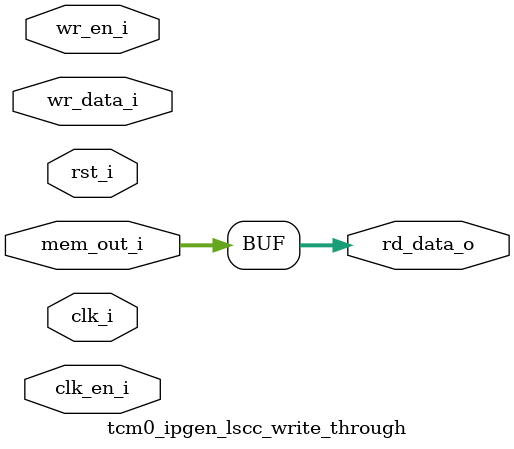
<source format=v>

/*******************************************************************************
    Verilog netlist generated by IPGEN Lattice Propel (64-bit)
    2023.1.2304252251
    Soft IP Version: 1.3.9
    2023 05 05 15:46:52
*******************************************************************************/
/*******************************************************************************
    Wrapper Module generated per user settings.
*******************************************************************************/
module tcm0 (sys_clk, 
        sys_rst_n, 
        ibus_cmd_valid, 
        ibus_cmd_ready, 
        ibus_cmd_payload_wr, 
        ibus_cmd_payload_uncached, 
        ibus_cmd_payload_address, 
        ibus_cmd_payload_data, 
        ibus_cmd_payload_mask, 
        ibus_cmd_payload_size, 
        ibus_cmd_payload_last, 
        ibus_rsp_valid, 
        ibus_rsp_payload_last, 
        ibus_rsp_payload_data, 
        ibus_rsp_payload_error, 
        dbus_cmd_valid, 
        dbus_cmd_ready, 
        dbus_cmd_payload_wr, 
        dbus_cmd_payload_uncached, 
        dbus_cmd_payload_address, 
        dbus_cmd_payload_data, 
        dbus_cmd_payload_mask, 
        dbus_cmd_payload_size, 
        dbus_cmd_payload_last, 
        dbus_rsp_valid, 
        dbus_rsp_payload_last, 
        dbus_rsp_payload_data, 
        dbus_rsp_payload_error) ;
    input sys_clk ; 
    input sys_rst_n ; 
    input ibus_cmd_valid ; 
    output ibus_cmd_ready ; 
    input ibus_cmd_payload_wr ; 
    input ibus_cmd_payload_uncached ; 
    input [31:0] ibus_cmd_payload_address ; 
    input [31:0] ibus_cmd_payload_data ; 
    input [3:0] ibus_cmd_payload_mask ; 
    input [2:0] ibus_cmd_payload_size ; 
    input ibus_cmd_payload_last ; 
    output ibus_rsp_valid ; 
    output ibus_rsp_payload_last ; 
    output [31:0] ibus_rsp_payload_data ; 
    output ibus_rsp_payload_error ; 
    input dbus_cmd_valid ; 
    output dbus_cmd_ready ; 
    input dbus_cmd_payload_wr ; 
    input dbus_cmd_payload_uncached ; 
    input [31:0] dbus_cmd_payload_address ; 
    input [31:0] dbus_cmd_payload_data ; 
    input [3:0] dbus_cmd_payload_mask ; 
    input [2:0] dbus_cmd_payload_size ; 
    input dbus_cmd_payload_last ; 
    output dbus_rsp_valid ; 
    output dbus_rsp_payload_last ; 
    output [31:0] dbus_rsp_payload_data ; 
    output dbus_rsp_payload_error ; 
    parameter MEM_ID = "1.3.9" ; 
    tcm0_ipgen_localbus_tcm #(.GSR_EN(1),
            .MEM_TYPE("EBR"),
            .MEM_SIZE("32,16384"),
            .MEM_ID(MEM_ID),
            .ECC_ENABLE(0),
            .ACCESS_TYPE_S0("R/W"),
            .ACCESS_TYPE_S1("R/W"),
            .FIFO_STREAMER_EN(0),
            .FIFO_CLK_BYPASS(1),
            .FIFO_START_ADDR(0),
            .FAMILY("LFCPNX"),
            .INIT_MODE("none"),
            .INIT_FILE("none"),
            .INIT_FILE_FORMAT("hex"),
            .INIT_VALUE_00("0"),
            .INIT_VALUE_01("0"),
            .INIT_VALUE_02("0"),
            .INIT_VALUE_03("0"),
            .INIT_VALUE_04("0"),
            .INIT_VALUE_05("0"),
            .INIT_VALUE_06("0"),
            .INIT_VALUE_07("0"),
            .INIT_VALUE_08("0"),
            .INIT_VALUE_09("0"),
            .INIT_VALUE_0A("0"),
            .INIT_VALUE_0B("0"),
            .INIT_VALUE_0C("0"),
            .INIT_VALUE_0D("0"),
            .INIT_VALUE_0E("0"),
            .INIT_VALUE_0F("0"),
            .INIT_VALUE_10("0"),
            .INIT_VALUE_11("0"),
            .INIT_VALUE_12("0"),
            .INIT_VALUE_13("0"),
            .INIT_VALUE_14("0"),
            .INIT_VALUE_15("0"),
            .INIT_VALUE_16("0"),
            .INIT_VALUE_17("0"),
            .INIT_VALUE_18("0"),
            .INIT_VALUE_19("0"),
            .INIT_VALUE_1A("0"),
            .INIT_VALUE_1B("0"),
            .INIT_VALUE_1C("0"),
            .INIT_VALUE_1D("0"),
            .INIT_VALUE_1E("0"),
            .INIT_VALUE_1F("0"),
            .INIT_VALUE_20("0"),
            .INIT_VALUE_21("0"),
            .INIT_VALUE_22("0"),
            .INIT_VALUE_23("0"),
            .INIT_VALUE_24("0"),
            .INIT_VALUE_25("0"),
            .INIT_VALUE_26("0"),
            .INIT_VALUE_27("0"),
            .INIT_VALUE_28("0"),
            .INIT_VALUE_29("0"),
            .INIT_VALUE_2A("0"),
            .INIT_VALUE_2B("0"),
            .INIT_VALUE_2C("0"),
            .INIT_VALUE_2D("0"),
            .INIT_VALUE_2E("0"),
            .INIT_VALUE_2F("0"),
            .INIT_VALUE_30("0"),
            .INIT_VALUE_31("0"),
            .INIT_VALUE_32("0"),
            .INIT_VALUE_33("0"),
            .INIT_VALUE_34("0"),
            .INIT_VALUE_35("0"),
            .INIT_VALUE_36("0"),
            .INIT_VALUE_37("0"),
            .INIT_VALUE_38("0"),
            .INIT_VALUE_39("0"),
            .INIT_VALUE_3A("0"),
            .INIT_VALUE_3B("0"),
            .INIT_VALUE_3C("0"),
            .INIT_VALUE_3D("0"),
            .INIT_VALUE_3E("0"),
            .INIT_VALUE_3F("0"),
            .INIT_VALUE_40("0"),
            .INIT_VALUE_41("0"),
            .INIT_VALUE_42("0"),
            .INIT_VALUE_43("0"),
            .INIT_VALUE_44("0"),
            .INIT_VALUE_45("0"),
            .INIT_VALUE_46("0"),
            .INIT_VALUE_47("0"),
            .INIT_VALUE_48("0"),
            .INIT_VALUE_49("0"),
            .INIT_VALUE_4A("0"),
            .INIT_VALUE_4B("0"),
            .INIT_VALUE_4C("0"),
            .INIT_VALUE_4D("0"),
            .INIT_VALUE_4E("0"),
            .INIT_VALUE_4F("0"),
            .INIT_VALUE_50("0"),
            .INIT_VALUE_51("0"),
            .INIT_VALUE_52("0"),
            .INIT_VALUE_53("0"),
            .INIT_VALUE_54("0"),
            .INIT_VALUE_55("0"),
            .INIT_VALUE_56("0"),
            .INIT_VALUE_57("0"),
            .INIT_VALUE_58("0"),
            .INIT_VALUE_59("0"),
            .INIT_VALUE_5A("0"),
            .INIT_VALUE_5B("0"),
            .INIT_VALUE_5C("0"),
            .INIT_VALUE_5D("0"),
            .INIT_VALUE_5E("0"),
            .INIT_VALUE_5F("0"),
            .INIT_VALUE_60("0"),
            .INIT_VALUE_61("0"),
            .INIT_VALUE_62("0"),
            .INIT_VALUE_63("0"),
            .INIT_VALUE_64("0"),
            .INIT_VALUE_65("0"),
            .INIT_VALUE_66("0"),
            .INIT_VALUE_67("0"),
            .INIT_VALUE_68("0"),
            .INIT_VALUE_69("0"),
            .INIT_VALUE_6A("0"),
            .INIT_VALUE_6B("0"),
            .INIT_VALUE_6C("0"),
            .INIT_VALUE_6D("0"),
            .INIT_VALUE_6E("0"),
            .INIT_VALUE_6F("0"),
            .INIT_VALUE_70("0"),
            .INIT_VALUE_71("0"),
            .INIT_VALUE_72("0"),
            .INIT_VALUE_73("0"),
            .INIT_VALUE_74("0"),
            .INIT_VALUE_75("0"),
            .INIT_VALUE_76("0"),
            .INIT_VALUE_77("0"),
            .INIT_VALUE_78("0"),
            .INIT_VALUE_79("0"),
            .INIT_VALUE_7A("0"),
            .INIT_VALUE_7B("0"),
            .INIT_VALUE_7C("0"),
            .INIT_VALUE_7D("0"),
            .INIT_VALUE_7E("0"),
            .INIT_VALUE_7F("0"),
            .DATA_WIDTH_A(32),
            .ADDR_DEPTH_A(16384),
            .ADDR_WIDTH_A(14),
            .BYTE_WIDTH_A(4),
            .REGMODE_A("noreg"),
            .BYTE_ENABLE_S0(1),
            .RESET_MODE_S0("sync"),
            .UNALIGNED_ACCESS_EN_S0(0),
            .EDIT_ADDRESS_S0(0),
            .S0_START_ADDR(0),
            .S0_END_ADDR(65535),
            .DATA_WIDTH_B(32),
            .ADDR_DEPTH_B(16384),
            .ADDR_WIDTH_B(14),
            .BYTE_WIDTH_B(4),
            .REGMODE_B("noreg"),
            .BYTE_ENABLE_S1(1),
            .RESET_MODE_S1("sync"),
            .UNALIGNED_ACCESS_EN_S1(0),
            .S1_START_ADDR(0),
            .S1_END_ADDR(65535)) localbus_tcm_inst (.sys_clk(sys_clk), 
                .sys_rst_n(sys_rst_n), 
                .ibus_cmd_valid(ibus_cmd_valid), 
                .ibus_cmd_ready(ibus_cmd_ready), 
                .ibus_cmd_payload_wr(ibus_cmd_payload_wr), 
                .ibus_cmd_payload_uncached(ibus_cmd_payload_uncached), 
                .ibus_cmd_payload_address(ibus_cmd_payload_address[31:0]), 
                .ibus_cmd_payload_data(ibus_cmd_payload_data[31:0]), 
                .ibus_cmd_payload_mask(ibus_cmd_payload_mask[3:0]), 
                .ibus_cmd_payload_size(ibus_cmd_payload_size[2:0]), 
                .ibus_cmd_payload_last(ibus_cmd_payload_last), 
                .ibus_rsp_valid(ibus_rsp_valid), 
                .ibus_rsp_payload_last(ibus_rsp_payload_last), 
                .ibus_rsp_payload_data(ibus_rsp_payload_data[31:0]), 
                .ibus_rsp_payload_error(ibus_rsp_payload_error), 
                .dbus_cmd_valid(dbus_cmd_valid), 
                .dbus_cmd_ready(dbus_cmd_ready), 
                .dbus_cmd_payload_wr(dbus_cmd_payload_wr), 
                .dbus_cmd_payload_uncached(dbus_cmd_payload_uncached), 
                .dbus_cmd_payload_address(dbus_cmd_payload_address[31:0]), 
                .dbus_cmd_payload_data(dbus_cmd_payload_data[31:0]), 
                .dbus_cmd_payload_mask(dbus_cmd_payload_mask[3:0]), 
                .dbus_cmd_payload_size(dbus_cmd_payload_size[2:0]), 
                .dbus_cmd_payload_last(dbus_cmd_payload_last), 
                .dbus_rsp_valid(dbus_rsp_valid), 
                .dbus_rsp_payload_last(dbus_rsp_payload_last), 
                .dbus_rsp_payload_data(dbus_rsp_payload_data[31:0]), 
                .dbus_rsp_payload_error(dbus_rsp_payload_error), 
                .fifo_clk_i(1'b0), 
                .fifo_wr_en_i(1'b0), 
                .fifo_interface_en_i(1'b0), 
                .fifo_wr_data_i(8'b00000000), 
                .fifo_address_rst_i(1'b0), 
                .fifo_full_o()) ; 
endmodule



`timescale 1ns/1ps
// =============================================================================
// >>>>>>>>>>>>>>>>>>>>>>>>> COPYRIGHT NOTICE <<<<<<<<<<<<<<<<<<<<<<<<<<<<<<<<<<
// -----------------------------------------------------------------------------
//   Copyright (c) 2022 by Lattice Semiconductor Corporation
//   ALL RIGHTS RESERVED
// -----------------------------------------------------------------------------
//
//   Permission:
//
//      Lattice SG Pte. Ltd. grants permission to use this code
//      pursuant to the terms of the Lattice Reference Design License Agreement.
//
//
//   Disclaimer:
//
//      This VHDL or Verilog source code is intended as a design reference
//      which illustrates how these types of functions can be implemented.
//      It is the user's responsibility to verify their design for
//      consistency and functionality through the use of formal
//      verification methods.  Lattice provides no warranty
//      regarding the use or functionality of this code.
//
// -----------------------------------------------------------------------------
//
//                  Lattice SG Pte. Ltd.
//                  101 Thomson Road, United Square #07-02
//                  Singapore 307591
//
//
//                  TEL: 1-800-Lattice (USA and Canada)
//                       +65-6631-2000 (Singapore)
//                       +1-503-268-8001 (other locations)
//
//                  web: http://www.latticesemi.com/
//                  email: techsupport@latticesemi.com
//
// -----------------------------------------------------------------------------
// =============================================================================
// >>>>>>>>>>>>>>>>>>>>>>>>> COPYRIGHT NOTICE <<<<<<<<<<<<<<<<<<<<<<<<<<<<<<<<<<
// -----------------------------------------------------------------------------
//   Copyright (c) 2022 by Lattice Semiconductor Corporation
//   ALL RIGHTS RESERVED
// -----------------------------------------------------------------------------
//
//   Permission:
//
//      Lattice SG Pte. Ltd. grants permission to use this code
//      pursuant to the terms of the Lattice Reference Design License Agreement.
//
//
//   Disclaimer:
//
//      This VHDL or Verilog source code is intended as a design reference
//      which illustrates how these types of functions can be implemented.
//      It is the user's responsibility to verify their design for
//      consistency and functionality through the use of formal
//      verification methods.  Lattice provides no warranty
//      regarding the use or functionality of this code.
//
// -----------------------------------------------------------------------------
//
//                  Lattice SG Pte. Ltd.
//                  101 Thomson Road, United Square #07-02
//                  Singapore 307591
//
//
//                  TEL: 1-800-Lattice (USA and Canada)
//                       +65-6631-2000 (Singapore)
//                       +1-503-268-8001 (other locations)
//
//                  web: http://www.latticesemi.com/
//                  email: techsupport@latticesemi.com
//
// -----------------------------------------------------------------------------
module tcm0_ipgen_lscc_mem #(parameter ADDR_DEPTH_A = 16384, 
        parameter DATA_WIDTH_A = 32, 
        parameter ADDR_WIDTH_A = clog2(ADDR_DEPTH_A), 
        parameter BYTE_WIDTH_A = (DATA_WIDTH_A / 8), 
        parameter ADDR_DEPTH_B = 16384, 
        parameter DATA_WIDTH_B = 32, 
        parameter ADDR_WIDTH_B = clog2(ADDR_DEPTH_B), 
        parameter BYTE_WIDTH_B = (DATA_WIDTH_B / 8), 
        parameter ECC_ENABLE = 0, 
        parameter MEMORY_TYPE = "EBR", 
        parameter MEM_REGMODE_A = "noreg", 
        parameter MEM_REGMODE_B = "noreg", 
        parameter RESET_MODE_S0 = "async", 
        parameter RESET_MODE_S1 = "async", 
        parameter BYTE_ENABLE_S0 = 0, 
        parameter BYTE_ENABLE_S1 = 0, 
        parameter ACCESS_TYPE_S0 = "R/W", 
        parameter ACCESS_TYPE_S1 = "R/W", 
        parameter UNALIGNED_ACCESS_ENABLE = 0, 
        parameter INIT_FILE = "none", 
        parameter INIT_FILE_FORMAT = "hex", 
        parameter FAMILY = "common", 
        parameter MEM_SIZE = "1024,18", 
        parameter MEM_ID = "MEM0", 
        parameter GSR_EN = 1, 
        parameter INIT_VALUE_00 = "0x0000000000000000000000000000000000000000000000000000000000000000", 
        parameter INIT_VALUE_01 = "0x0000000000000000000000000000000000000000000000000000000000000000", 
        parameter INIT_VALUE_02 = "0x0000000000000000000000000000000000000000000000000000000000000000", 
        parameter INIT_VALUE_03 = "0x0000000000000000000000000000000000000000000000000000000000000000", 
        parameter INIT_VALUE_04 = "0x0000000000000000000000000000000000000000000000000000000000000000", 
        parameter INIT_VALUE_05 = "0x0000000000000000000000000000000000000000000000000000000000000000", 
        parameter INIT_VALUE_06 = "0x0000000000000000000000000000000000000000000000000000000000000000", 
        parameter INIT_VALUE_07 = "0x0000000000000000000000000000000000000000000000000000000000000000", 
        parameter INIT_VALUE_08 = "0x0000000000000000000000000000000000000000000000000000000000000000", 
        parameter INIT_VALUE_09 = "0x0000000000000000000000000000000000000000000000000000000000000000", 
        parameter INIT_VALUE_0A = "0x0000000000000000000000000000000000000000000000000000000000000000", 
        parameter INIT_VALUE_0B = "0x0000000000000000000000000000000000000000000000000000000000000000", 
        parameter INIT_VALUE_0C = "0x0000000000000000000000000000000000000000000000000000000000000000", 
        parameter INIT_VALUE_0D = "0x0000000000000000000000000000000000000000000000000000000000000000", 
        parameter INIT_VALUE_0E = "0x0000000000000000000000000000000000000000000000000000000000000000", 
        parameter INIT_VALUE_0F = "0x0000000000000000000000000000000000000000000000000000000000000000", 
        parameter INIT_VALUE_10 = "0x0000000000000000000000000000000000000000000000000000000000000000", 
        parameter INIT_VALUE_11 = "0x0000000000000000000000000000000000000000000000000000000000000000", 
        parameter INIT_VALUE_12 = "0x0000000000000000000000000000000000000000000000000000000000000000", 
        parameter INIT_VALUE_13 = "0x0000000000000000000000000000000000000000000000000000000000000000", 
        parameter INIT_VALUE_14 = "0x0000000000000000000000000000000000000000000000000000000000000000", 
        parameter INIT_VALUE_15 = "0x0000000000000000000000000000000000000000000000000000000000000000", 
        parameter INIT_VALUE_16 = "0x0000000000000000000000000000000000000000000000000000000000000000", 
        parameter INIT_VALUE_17 = "0x0000000000000000000000000000000000000000000000000000000000000000", 
        parameter INIT_VALUE_18 = "0x0000000000000000000000000000000000000000000000000000000000000000", 
        parameter INIT_VALUE_19 = "0x0000000000000000000000000000000000000000000000000000000000000000", 
        parameter INIT_VALUE_1A = "0x0000000000000000000000000000000000000000000000000000000000000000", 
        parameter INIT_VALUE_1B = "0x0000000000000000000000000000000000000000000000000000000000000000", 
        parameter INIT_VALUE_1C = "0x0000000000000000000000000000000000000000000000000000000000000000", 
        parameter INIT_VALUE_1D = "0x0000000000000000000000000000000000000000000000000000000000000000", 
        parameter INIT_VALUE_1E = "0x0000000000000000000000000000000000000000000000000000000000000000", 
        parameter INIT_VALUE_1F = "0x0000000000000000000000000000000000000000000000000000000000000000", 
        parameter INIT_VALUE_20 = "0x0000000000000000000000000000000000000000000000000000000000000000", 
        parameter INIT_VALUE_21 = "0x0000000000000000000000000000000000000000000000000000000000000000", 
        parameter INIT_VALUE_22 = "0x0000000000000000000000000000000000000000000000000000000000000000", 
        parameter INIT_VALUE_23 = "0x0000000000000000000000000000000000000000000000000000000000000000", 
        parameter INIT_VALUE_24 = "0x0000000000000000000000000000000000000000000000000000000000000000", 
        parameter INIT_VALUE_25 = "0x0000000000000000000000000000000000000000000000000000000000000000", 
        parameter INIT_VALUE_26 = "0x0000000000000000000000000000000000000000000000000000000000000000", 
        parameter INIT_VALUE_27 = "0x0000000000000000000000000000000000000000000000000000000000000000", 
        parameter INIT_VALUE_28 = "0x0000000000000000000000000000000000000000000000000000000000000000", 
        parameter INIT_VALUE_29 = "0x0000000000000000000000000000000000000000000000000000000000000000", 
        parameter INIT_VALUE_2A = "0x0000000000000000000000000000000000000000000000000000000000000000", 
        parameter INIT_VALUE_2B = "0x0000000000000000000000000000000000000000000000000000000000000000", 
        parameter INIT_VALUE_2C = "0x0000000000000000000000000000000000000000000000000000000000000000", 
        parameter INIT_VALUE_2D = "0x0000000000000000000000000000000000000000000000000000000000000000", 
        parameter INIT_VALUE_2E = "0x0000000000000000000000000000000000000000000000000000000000000000", 
        parameter INIT_VALUE_2F = "0x0000000000000000000000000000000000000000000000000000000000000000", 
        parameter INIT_VALUE_30 = "0x0000000000000000000000000000000000000000000000000000000000000000", 
        parameter INIT_VALUE_31 = "0x0000000000000000000000000000000000000000000000000000000000000000", 
        parameter INIT_VALUE_32 = "0x0000000000000000000000000000000000000000000000000000000000000000", 
        parameter INIT_VALUE_33 = "0x0000000000000000000000000000000000000000000000000000000000000000", 
        parameter INIT_VALUE_34 = "0x0000000000000000000000000000000000000000000000000000000000000000", 
        parameter INIT_VALUE_35 = "0x0000000000000000000000000000000000000000000000000000000000000000", 
        parameter INIT_VALUE_36 = "0x0000000000000000000000000000000000000000000000000000000000000000", 
        parameter INIT_VALUE_37 = "0x0000000000000000000000000000000000000000000000000000000000000000", 
        parameter INIT_VALUE_38 = "0x0000000000000000000000000000000000000000000000000000000000000000", 
        parameter INIT_VALUE_39 = "0x0000000000000000000000000000000000000000000000000000000000000000", 
        parameter INIT_VALUE_3A = "0x0000000000000000000000000000000000000000000000000000000000000000", 
        parameter INIT_VALUE_3B = "0x0000000000000000000000000000000000000000000000000000000000000000", 
        parameter INIT_VALUE_3C = "0x0000000000000000000000000000000000000000000000000000000000000000", 
        parameter INIT_VALUE_3D = "0x0000000000000000000000000000000000000000000000000000000000000000", 
        parameter INIT_VALUE_3E = "0x0000000000000000000000000000000000000000000000000000000000000000", 
        parameter INIT_VALUE_3F = "0x0000000000000000000000000000000000000000000000000000000000000000", 
        parameter INIT_VALUE_40 = "0x0000000000000000000000000000000000000000000000000000000000000000000000000000000000000000000000000000000000000000000000000000000000000000000000000000000000000000", 
        parameter INIT_VALUE_41 = "0x0000000000000000000000000000000000000000000000000000000000000000000000000000000000000000000000000000000000000000000000000000000000000000000000000000000000000000", 
        parameter INIT_VALUE_42 = "0x0000000000000000000000000000000000000000000000000000000000000000000000000000000000000000000000000000000000000000000000000000000000000000000000000000000000000000", 
        parameter INIT_VALUE_43 = "0x0000000000000000000000000000000000000000000000000000000000000000000000000000000000000000000000000000000000000000000000000000000000000000000000000000000000000000", 
        parameter INIT_VALUE_44 = "0x0000000000000000000000000000000000000000000000000000000000000000000000000000000000000000000000000000000000000000000000000000000000000000000000000000000000000000", 
        parameter INIT_VALUE_45 = "0x0000000000000000000000000000000000000000000000000000000000000000000000000000000000000000000000000000000000000000000000000000000000000000000000000000000000000000", 
        parameter INIT_VALUE_46 = "0x0000000000000000000000000000000000000000000000000000000000000000000000000000000000000000000000000000000000000000000000000000000000000000000000000000000000000000", 
        parameter INIT_VALUE_47 = "0x0000000000000000000000000000000000000000000000000000000000000000000000000000000000000000000000000000000000000000000000000000000000000000000000000000000000000000", 
        parameter INIT_VALUE_48 = "0x0000000000000000000000000000000000000000000000000000000000000000000000000000000000000000000000000000000000000000000000000000000000000000000000000000000000000000", 
        parameter INIT_VALUE_49 = "0x0000000000000000000000000000000000000000000000000000000000000000000000000000000000000000000000000000000000000000000000000000000000000000000000000000000000000000", 
        parameter INIT_VALUE_4A = "0x0000000000000000000000000000000000000000000000000000000000000000000000000000000000000000000000000000000000000000000000000000000000000000000000000000000000000000", 
        parameter INIT_VALUE_4B = "0x0000000000000000000000000000000000000000000000000000000000000000000000000000000000000000000000000000000000000000000000000000000000000000000000000000000000000000", 
        parameter INIT_VALUE_4C = "0x0000000000000000000000000000000000000000000000000000000000000000000000000000000000000000000000000000000000000000000000000000000000000000000000000000000000000000", 
        parameter INIT_VALUE_4D = "0x0000000000000000000000000000000000000000000000000000000000000000000000000000000000000000000000000000000000000000000000000000000000000000000000000000000000000000", 
        parameter INIT_VALUE_4E = "0x0000000000000000000000000000000000000000000000000000000000000000000000000000000000000000000000000000000000000000000000000000000000000000000000000000000000000000", 
        parameter INIT_VALUE_4F = "0x0000000000000000000000000000000000000000000000000000000000000000000000000000000000000000000000000000000000000000000000000000000000000000000000000000000000000000", 
        parameter INIT_VALUE_50 = "0x0000000000000000000000000000000000000000000000000000000000000000000000000000000000000000000000000000000000000000000000000000000000000000000000000000000000000000", 
        parameter INIT_VALUE_51 = "0x0000000000000000000000000000000000000000000000000000000000000000000000000000000000000000000000000000000000000000000000000000000000000000000000000000000000000000", 
        parameter INIT_VALUE_52 = "0x0000000000000000000000000000000000000000000000000000000000000000000000000000000000000000000000000000000000000000000000000000000000000000000000000000000000000000", 
        parameter INIT_VALUE_53 = "0x0000000000000000000000000000000000000000000000000000000000000000000000000000000000000000000000000000000000000000000000000000000000000000000000000000000000000000", 
        parameter INIT_VALUE_54 = "0x0000000000000000000000000000000000000000000000000000000000000000000000000000000000000000000000000000000000000000000000000000000000000000000000000000000000000000", 
        parameter INIT_VALUE_55 = "0x0000000000000000000000000000000000000000000000000000000000000000000000000000000000000000000000000000000000000000000000000000000000000000000000000000000000000000", 
        parameter INIT_VALUE_56 = "0x0000000000000000000000000000000000000000000000000000000000000000000000000000000000000000000000000000000000000000000000000000000000000000000000000000000000000000", 
        parameter INIT_VALUE_57 = "0x0000000000000000000000000000000000000000000000000000000000000000000000000000000000000000000000000000000000000000000000000000000000000000000000000000000000000000", 
        parameter INIT_VALUE_58 = "0x0000000000000000000000000000000000000000000000000000000000000000000000000000000000000000000000000000000000000000000000000000000000000000000000000000000000000000", 
        parameter INIT_VALUE_59 = "0x0000000000000000000000000000000000000000000000000000000000000000000000000000000000000000000000000000000000000000000000000000000000000000000000000000000000000000", 
        parameter INIT_VALUE_5A = "0x0000000000000000000000000000000000000000000000000000000000000000000000000000000000000000000000000000000000000000000000000000000000000000000000000000000000000000", 
        parameter INIT_VALUE_5B = "0x0000000000000000000000000000000000000000000000000000000000000000000000000000000000000000000000000000000000000000000000000000000000000000000000000000000000000000", 
        parameter INIT_VALUE_5C = "0x0000000000000000000000000000000000000000000000000000000000000000000000000000000000000000000000000000000000000000000000000000000000000000000000000000000000000000", 
        parameter INIT_VALUE_5D = "0x0000000000000000000000000000000000000000000000000000000000000000000000000000000000000000000000000000000000000000000000000000000000000000000000000000000000000000", 
        parameter INIT_VALUE_5E = "0x0000000000000000000000000000000000000000000000000000000000000000000000000000000000000000000000000000000000000000000000000000000000000000000000000000000000000000", 
        parameter INIT_VALUE_5F = "0x0000000000000000000000000000000000000000000000000000000000000000000000000000000000000000000000000000000000000000000000000000000000000000000000000000000000000000", 
        parameter INIT_VALUE_60 = "0x0000000000000000000000000000000000000000000000000000000000000000000000000000000000000000000000000000000000000000000000000000000000000000000000000000000000000000", 
        parameter INIT_VALUE_61 = "0x0000000000000000000000000000000000000000000000000000000000000000000000000000000000000000000000000000000000000000000000000000000000000000000000000000000000000000", 
        parameter INIT_VALUE_62 = "0x0000000000000000000000000000000000000000000000000000000000000000000000000000000000000000000000000000000000000000000000000000000000000000000000000000000000000000", 
        parameter INIT_VALUE_63 = "0x0000000000000000000000000000000000000000000000000000000000000000000000000000000000000000000000000000000000000000000000000000000000000000000000000000000000000000", 
        parameter INIT_VALUE_64 = "0x0000000000000000000000000000000000000000000000000000000000000000000000000000000000000000000000000000000000000000000000000000000000000000000000000000000000000000", 
        parameter INIT_VALUE_65 = "0x0000000000000000000000000000000000000000000000000000000000000000000000000000000000000000000000000000000000000000000000000000000000000000000000000000000000000000", 
        parameter INIT_VALUE_66 = "0x0000000000000000000000000000000000000000000000000000000000000000000000000000000000000000000000000000000000000000000000000000000000000000000000000000000000000000", 
        parameter INIT_VALUE_67 = "0x0000000000000000000000000000000000000000000000000000000000000000000000000000000000000000000000000000000000000000000000000000000000000000000000000000000000000000", 
        parameter INIT_VALUE_68 = "0x0000000000000000000000000000000000000000000000000000000000000000000000000000000000000000000000000000000000000000000000000000000000000000000000000000000000000000", 
        parameter INIT_VALUE_69 = "0x0000000000000000000000000000000000000000000000000000000000000000000000000000000000000000000000000000000000000000000000000000000000000000000000000000000000000000", 
        parameter INIT_VALUE_6A = "0x0000000000000000000000000000000000000000000000000000000000000000000000000000000000000000000000000000000000000000000000000000000000000000000000000000000000000000", 
        parameter INIT_VALUE_6B = "0x0000000000000000000000000000000000000000000000000000000000000000000000000000000000000000000000000000000000000000000000000000000000000000000000000000000000000000", 
        parameter INIT_VALUE_6C = "0x0000000000000000000000000000000000000000000000000000000000000000000000000000000000000000000000000000000000000000000000000000000000000000000000000000000000000000", 
        parameter INIT_VALUE_6D = "0x0000000000000000000000000000000000000000000000000000000000000000000000000000000000000000000000000000000000000000000000000000000000000000000000000000000000000000", 
        parameter INIT_VALUE_6E = "0x0000000000000000000000000000000000000000000000000000000000000000000000000000000000000000000000000000000000000000000000000000000000000000000000000000000000000000", 
        parameter INIT_VALUE_6F = "0x0000000000000000000000000000000000000000000000000000000000000000000000000000000000000000000000000000000000000000000000000000000000000000000000000000000000000000", 
        parameter INIT_VALUE_70 = "0x0000000000000000000000000000000000000000000000000000000000000000000000000000000000000000000000000000000000000000000000000000000000000000000000000000000000000000", 
        parameter INIT_VALUE_71 = "0x0000000000000000000000000000000000000000000000000000000000000000000000000000000000000000000000000000000000000000000000000000000000000000000000000000000000000000", 
        parameter INIT_VALUE_72 = "0x0000000000000000000000000000000000000000000000000000000000000000000000000000000000000000000000000000000000000000000000000000000000000000000000000000000000000000", 
        parameter INIT_VALUE_73 = "0x0000000000000000000000000000000000000000000000000000000000000000000000000000000000000000000000000000000000000000000000000000000000000000000000000000000000000000", 
        parameter INIT_VALUE_74 = "0x0000000000000000000000000000000000000000000000000000000000000000000000000000000000000000000000000000000000000000000000000000000000000000000000000000000000000000", 
        parameter INIT_VALUE_75 = "0x0000000000000000000000000000000000000000000000000000000000000000000000000000000000000000000000000000000000000000000000000000000000000000000000000000000000000000", 
        parameter INIT_VALUE_76 = "0x0000000000000000000000000000000000000000000000000000000000000000000000000000000000000000000000000000000000000000000000000000000000000000000000000000000000000000", 
        parameter INIT_VALUE_77 = "0x0000000000000000000000000000000000000000000000000000000000000000000000000000000000000000000000000000000000000000000000000000000000000000000000000000000000000000", 
        parameter INIT_VALUE_78 = "0x0000000000000000000000000000000000000000000000000000000000000000000000000000000000000000000000000000000000000000000000000000000000000000000000000000000000000000", 
        parameter INIT_VALUE_79 = "0x0000000000000000000000000000000000000000000000000000000000000000000000000000000000000000000000000000000000000000000000000000000000000000000000000000000000000000", 
        parameter INIT_VALUE_7A = "0x0000000000000000000000000000000000000000000000000000000000000000000000000000000000000000000000000000000000000000000000000000000000000000000000000000000000000000", 
        parameter INIT_VALUE_7B = "0x0000000000000000000000000000000000000000000000000000000000000000000000000000000000000000000000000000000000000000000000000000000000000000000000000000000000000000", 
        parameter INIT_VALUE_7C = "0x0000000000000000000000000000000000000000000000000000000000000000000000000000000000000000000000000000000000000000000000000000000000000000000000000000000000000000", 
        parameter INIT_VALUE_7D = "0x0000000000000000000000000000000000000000000000000000000000000000000000000000000000000000000000000000000000000000000000000000000000000000000000000000000000000000", 
        parameter INIT_VALUE_7E = "0x0000000000000000000000000000000000000000000000000000000000000000000000000000000000000000000000000000000000000000000000000000000000000000000000000000000000000000", 
        parameter INIT_VALUE_7F = "0x0000000000000000000000000000000000000000000000000000000000000000000000000000000000000000000000000000000000000000000000000000000000000000000000000000000000000000") (
    // -----------------------------------------------------------------------------
    // Module Parameters
    // -----------------------------------------------------------------------------
    // ------------------------------------------------------------------------------
    // Input/Output Ports
    // ------------------------------------------------------------------------------
    // ------------------------
    // Port A Memory Interface
    // ------------------------
    input mem_clk_a_i, 
    input mem_rst_n_a_i, 
    input mem_request_a_i, 
    input mem_wr_rdn_a_i, 
    input [(ADDR_WIDTH_A - 1):0] mem_addr_a_i, 
    input [(DATA_WIDTH_A - 1):0] mem_wdata_a_i, 
    input [(BYTE_WIDTH_A - 1):0] mem_byte_en_a_i, 
    output wire [(DATA_WIDTH_A - 1):0] mem_rdata_a_o, 
    output wire [1:0] mem_error_a_o, 
    // ------------------------
    // Port B Memory Interface
    // ------------------------
    input mem_clk_b_i, 
    input mem_rst_n_b_i, 
    input mem_request_b_i, 
    input mem_wr_rdn_b_i, 
    input [(ADDR_WIDTH_B - 1):0] mem_addr_b_i, 
    input [(DATA_WIDTH_B - 1):0] mem_wdata_b_i, 
    input [(BYTE_WIDTH_B - 1):0] mem_byte_en_b_i, 
    output wire [(DATA_WIDTH_B - 1):0] mem_rdata_b_o, 
    output wire [1:0] mem_error_b_o, 
    output wire lramready_o) ;
    // -----------------------------------------------------------------------------
    // Local Parameters
    // -----------------------------------------------------------------------------
    localparam MEM_RESETMODE_A = RESET_MODE_S0 ; // "async" | "sync"
    localparam MEM_RESETMODE_B = RESET_MODE_S1 ; // "async" | "sync"
    localparam MEM_OPTIMIZATION = "speed" ; 
    localparam DEVICE = FAMILY ; 
    localparam PORT_TYPE = ((ACCESS_TYPE_S0 == "R/W") ? ((ACCESS_TYPE_S1 == "DISABLED") ? "sp" : "dp") : ((ACCESS_TYPE_S0 == "W/O") ? (((ACCESS_TYPE_S1 == "R/W") || (ACCESS_TYPE_S1 == "W/O")) ? "dp" : ((ACCESS_TYPE_S1 == "R/O") ? "pdp" : "sp")) : ((ACCESS_TYPE_S0 == "R/O") ? (((ACCESS_TYPE_S1 == "R/W") || (ACCESS_TYPE_S1 == "R/O")) ? "dp" : ((ACCESS_TYPE_S1 == "W/O") ? "pdp" : "sp")) : "sp"))) ; 
    localparam PDP_REGMODE = (((ACCESS_TYPE_S0 == "R/W") || (ACCESS_TYPE_S0 == "R/O")) ? MEM_REGMODE_A : MEM_REGMODE_B) ; 
    // -----------------------------------------------------------------------------
    // Wire Declarations
    // -----------------------------------------------------------------------------
    wire sp_clock ; 
    wire sp_reset ; 
    wire sp_we ; 
    wire sp_clocken ; 
    wire [(DATA_WIDTH_A - 1):0] sp_data ; 
    wire [(ADDR_WIDTH_A - 1):0] sp_address ; 
    wire [(DATA_WIDTH_A - 1):0] sp_q ; 
    wire [(BYTE_WIDTH_A - 1):0] sp_byteen ; 
    wire pdp_wr_en ; 
    wire pdp_reset ; 
    wire pdp_we ; 
    wire pdp_wrclock ; 
    wire pdp_wrclocken ; 
    wire pdp_rdclock ; 
    wire pdp_rdclocken ; 
    wire [(DATA_WIDTH_A - 1):0] pdp_data ; 
    wire [(ADDR_WIDTH_A - 1):0] pdp_wraddress ; 
    wire [(ADDR_WIDTH_B - 1):0] pdp_rdaddress ; 
    wire [(DATA_WIDTH_A - 1):0] pdp_q ; 
    wire [(BYTE_WIDTH_A - 1):0] pdp_byteen ; 
    wire [1:0] pdp_err_det ; 
    wire dp_reset_a ; 
    wire dp_wr_a ; 
    wire dp_clock_a ; 
    wire dp_clocken_a ; 
    wire dp_reset_b ; 
    wire dp_wr_b ; 
    wire dp_clock_b ; 
    wire dp_clocken_b ; 
    wire [(DATA_WIDTH_A - 1):0] dp_datain_a ; 
    wire [(ADDR_WIDTH_A - 1):0] dp_address_a ; 
    wire [(DATA_WIDTH_A - 1):0] dp_q_a ; 
    wire [(DATA_WIDTH_B - 1):0] dp_datain_b ; 
    wire [(ADDR_WIDTH_B - 1):0] dp_address_b ; 
    wire [(DATA_WIDTH_B - 1):0] dp_q_b ; 
    wire [(BYTE_WIDTH_A - 1):0] dp_byteen_a ; 
    wire [(BYTE_WIDTH_B - 1):0] dp_byteen_b ; 
    // -----------------------------------------------------------------------------
    // Generate Blocks
    // -----------------------------------------------------------------------------
    generate
        if ((PORT_TYPE == "sp")) 
            begin : genblk1
                // Input
                assign sp_clock = mem_clk_a_i ; 
                assign sp_reset = (~mem_rst_n_a_i) ; 
                assign sp_we = (mem_request_a_i && mem_wr_rdn_a_i) ; 
                // assign sp_clocken                      = (MEMORY_TYPE == "LRAM") ? 1'b1 : mem_request_a_i;
                assign sp_clocken = 1'b1 ; 
                assign sp_data[(DATA_WIDTH_A - 1):0] = mem_wdata_a_i[(DATA_WIDTH_A - 1):0] ; 
                assign sp_address[(ADDR_WIDTH_A - 1):0] = mem_addr_a_i[(ADDR_WIDTH_A - 1):0] ; 
                assign sp_byteen = mem_byte_en_a_i ; 
                // Output
                assign mem_rdata_a_o[(DATA_WIDTH_A - 1):0] = sp_q[(DATA_WIDTH_A - 1):0] ; 
            end
        else
            if ((PORT_TYPE == "pdp")) 
                begin : genblk1
                    // Input
                    assign pdp_wr_en = ((((ACCESS_TYPE_S0 == "R/W") || (ACCESS_TYPE_S0 == "W/O")) || (ACCESS_TYPE_S1 == "DISABLED")) ? (mem_request_a_i && mem_wr_rdn_a_i) : (mem_request_b_i && mem_wr_rdn_b_i)) ; 
                    assign pdp_reset = (~mem_rst_n_a_i) ; 
                    assign pdp_we = pdp_wr_en ; 
                    assign pdp_wrclock = ((((ACCESS_TYPE_S0 == "R/W") || (ACCESS_TYPE_S0 == "W/O")) || (ACCESS_TYPE_S1 == "DISABLED")) ? mem_clk_a_i : mem_clk_b_i) ; 
                    // assign pdp_wrclocken                   = (MEMORY_TYPE == "LRAM") ? 1'b1 : pdp_wr_en;
                    assign pdp_wrclocken = 1'b1 ; 
                    assign pdp_wraddress[(ADDR_WIDTH_A - 1):0] = ((((ACCESS_TYPE_S0 == "R/W") || (ACCESS_TYPE_S0 == "W/O")) || (ACCESS_TYPE_S1 == "DISABLED")) ? mem_addr_a_i[(ADDR_WIDTH_A - 1):0] : mem_addr_b_i[(ADDR_WIDTH_B - 1):0]) ; 
                    assign pdp_data[(DATA_WIDTH_A - 1):0] = ((((ACCESS_TYPE_S0 == "R/W") || (ACCESS_TYPE_S0 == "W/O")) || (ACCESS_TYPE_S1 == "DISABLED")) ? mem_wdata_a_i[(DATA_WIDTH_A - 1):0] : mem_wdata_b_i[(DATA_WIDTH_B - 1):0]) ; 
                    assign pdp_rdclock = ((((ACCESS_TYPE_S0 == "R/W") || (ACCESS_TYPE_S0 == "R/O")) || (ACCESS_TYPE_S1 == "DISABLED")) ? mem_clk_a_i : mem_clk_b_i) ; 
                    assign pdp_rdclocken = ((MEMORY_TYPE == "LRAM") ? 1'b1 : ((((ACCESS_TYPE_S0 == "R/W") || (ACCESS_TYPE_S0 == "R/O")) || (ACCESS_TYPE_S1 == "DISABLED")) ? (~mem_wr_rdn_a_i) : (~mem_wr_rdn_b_i))) ; 
                    assign pdp_rdaddress[(ADDR_WIDTH_B - 1):0] = ((((ACCESS_TYPE_S0 == "R/W") || (ACCESS_TYPE_S0 == "R/O")) || (ACCESS_TYPE_S1 == "DISABLED")) ? mem_addr_a_i[(ADDR_WIDTH_A - 1):0] : mem_addr_b_i[(ADDR_WIDTH_B - 1):0]) ; 
                    assign pdp_byteen = ((((ACCESS_TYPE_S0 == "R/W") || (ACCESS_TYPE_S0 == "W/O")) || (ACCESS_TYPE_S1 == "DISABLED")) ? mem_byte_en_a_i : mem_byte_en_b_i) ; 
                    // Output
                    if ((((ACCESS_TYPE_S0 == "R/W") || (ACCESS_TYPE_S0 == "R/O")) || (ACCESS_TYPE_S1 == "DISABLED"))) 
                        begin : genblk1
                            assign mem_rdata_a_o[(DATA_WIDTH_A - 1):0] = pdp_q[(DATA_WIDTH_A - 1):0] ; 
                            assign mem_rdata_b_o[(DATA_WIDTH_B - 1):0] = {DATA_WIDTH_B{1'b0}} ; 
                        end
                    else
                        begin : genblk1
                            assign mem_rdata_b_o[(DATA_WIDTH_A - 1):0] = pdp_q[(DATA_WIDTH_A - 1):0] ; 
                            assign mem_rdata_a_o[(DATA_WIDTH_B - 1):0] = {DATA_WIDTH_B{1'b0}} ; 
                        end
                    if ((((ACCESS_TYPE_S0 == "R/W") || (ACCESS_TYPE_S0 == "R/O")) || (ACCESS_TYPE_S1 == "DISABLED"))) 
                        begin : genblk2
                            assign mem_error_a_o[1:0] = pdp_err_det[1:0] ; 
                            assign mem_error_b_o[1:0] = 2'b00 ; 
                        end
                    else
                        begin : genblk2
                            assign mem_error_b_o[1:0] = pdp_err_det[1:0] ; 
                            assign mem_error_a_o[1:0] = 2'b00 ; 
                        end
                end
            else
                if ((PORT_TYPE == "dp")) 
                    begin : genblk1
                        // Input   
                        assign dp_reset_a = (~mem_rst_n_a_i) ; 
                        assign dp_wr_a = (mem_request_a_i && mem_wr_rdn_a_i) ; 
                        assign dp_clock_a = mem_clk_a_i ; 
                        assign dp_clocken_a = 1'b1 ; 
                        assign dp_address_a[(ADDR_WIDTH_A - 1):0] = mem_addr_a_i[(ADDR_WIDTH_A - 1):0] ; 
                        assign dp_datain_a[(DATA_WIDTH_A - 1):0] = mem_wdata_a_i[(DATA_WIDTH_A - 1):0] ; 
                        assign dp_reset_b = (~mem_rst_n_b_i) ; 
                        assign dp_wr_b = (mem_request_b_i && mem_wr_rdn_b_i) ; 
                        assign dp_clock_b = mem_clk_b_i ; 
                        assign dp_clocken_b = 1'b1 ; 
                        assign dp_address_b[(ADDR_WIDTH_B - 1):0] = mem_addr_b_i[(ADDR_WIDTH_B - 1):0] ; 
                        assign dp_datain_b[(DATA_WIDTH_B - 1):0] = mem_wdata_b_i[(DATA_WIDTH_B - 1):0] ; 
                        assign dp_byteen_a = mem_byte_en_a_i ; 
                        assign dp_byteen_b = mem_byte_en_b_i ; 
                        // Output
                        assign mem_rdata_a_o[(DATA_WIDTH_A - 1):0] = dp_q_a[(DATA_WIDTH_A - 1):0] ; 
                        assign mem_rdata_b_o[(DATA_WIDTH_B - 1):0] = dp_q_b[(DATA_WIDTH_B - 1):0] ; 
                    end
    endgenerate
    // -----------------------------------------------------------------------------
    // Assign Statements
    // -----------------------------------------------------------------------------
    // -----------------------------------------------------------------------------
    // Generate Submodule Instantiations
    // -----------------------------------------------------------------------------
    generate
        if (((FAMILY == "LIFCL") || (FAMILY == "LAV-AT"))) 
            begin : lifcl_LAVAT
                if ((MEMORY_TYPE == "EBR")) 
                    begin : ebr
                        if ((PORT_TYPE == "sp")) 
                            begin : sp
                                if ((FAMILY == "LIFCL")) 
                                    begin : lifcl
                                        lscc_ram_dq #(.FAMILY(FAMILY),
                                                .ADDR_DEPTH(ADDR_DEPTH_A),
                                                .ADDR_WIDTH(ADDR_WIDTH_A),
                                                .DATA_WIDTH(DATA_WIDTH_A),
                                                .REGMODE(MEM_REGMODE_A),
                                                .GSR(GSR_EN),
                                                .RESETMODE(MEM_RESETMODE_A),
                                                .INIT_FILE(INIT_FILE),
                                                .INIT_FILE_FORMAT(INIT_FILE_FORMAT),
                                                .WRITE_MODE("normal"),
                                                .INIT_MODE(((INIT_FILE == "none") ? "none" : "mem_file")),
                                                .BYTE_ENABLE(BYTE_ENABLE_S0),
                                                .BYTE_SIZE(8),
                                                .ASYNC_RST_RELEASE("sync"),
                                                .ECC_ENABLE(ECC_ENABLE),
                                                .MEM_SIZE(MEM_SIZE),
                                                .MEM_ID(MEM_ID),
                                                .INIT_VALUE_00(INIT_VALUE_00),
                                                .INIT_VALUE_01(INIT_VALUE_01),
                                                .INIT_VALUE_02(INIT_VALUE_02),
                                                .INIT_VALUE_03(INIT_VALUE_03),
                                                .INIT_VALUE_04(INIT_VALUE_04),
                                                .INIT_VALUE_05(INIT_VALUE_05),
                                                .INIT_VALUE_06(INIT_VALUE_06),
                                                .INIT_VALUE_07(INIT_VALUE_07),
                                                .INIT_VALUE_08(INIT_VALUE_08),
                                                .INIT_VALUE_09(INIT_VALUE_09),
                                                .INIT_VALUE_0A(INIT_VALUE_0A),
                                                .INIT_VALUE_0B(INIT_VALUE_0B),
                                                .INIT_VALUE_0C(INIT_VALUE_0C),
                                                .INIT_VALUE_0D(INIT_VALUE_0D),
                                                .INIT_VALUE_0E(INIT_VALUE_0E),
                                                .INIT_VALUE_0F(INIT_VALUE_0F),
                                                .INIT_VALUE_10(INIT_VALUE_10),
                                                .INIT_VALUE_11(INIT_VALUE_11),
                                                .INIT_VALUE_12(INIT_VALUE_12),
                                                .INIT_VALUE_13(INIT_VALUE_13),
                                                .INIT_VALUE_14(INIT_VALUE_14),
                                                .INIT_VALUE_15(INIT_VALUE_15),
                                                .INIT_VALUE_16(INIT_VALUE_16),
                                                .INIT_VALUE_17(INIT_VALUE_17),
                                                .INIT_VALUE_18(INIT_VALUE_18),
                                                .INIT_VALUE_19(INIT_VALUE_19),
                                                .INIT_VALUE_1A(INIT_VALUE_1A),
                                                .INIT_VALUE_1B(INIT_VALUE_1B),
                                                .INIT_VALUE_1C(INIT_VALUE_1C),
                                                .INIT_VALUE_1D(INIT_VALUE_1D),
                                                .INIT_VALUE_1E(INIT_VALUE_1E),
                                                .INIT_VALUE_1F(INIT_VALUE_1F),
                                                .INIT_VALUE_20(INIT_VALUE_20),
                                                .INIT_VALUE_21(INIT_VALUE_21),
                                                .INIT_VALUE_22(INIT_VALUE_22),
                                                .INIT_VALUE_23(INIT_VALUE_23),
                                                .INIT_VALUE_24(INIT_VALUE_24),
                                                .INIT_VALUE_25(INIT_VALUE_25),
                                                .INIT_VALUE_26(INIT_VALUE_26),
                                                .INIT_VALUE_27(INIT_VALUE_27),
                                                .INIT_VALUE_28(INIT_VALUE_28),
                                                .INIT_VALUE_29(INIT_VALUE_29),
                                                .INIT_VALUE_2A(INIT_VALUE_2A),
                                                .INIT_VALUE_2B(INIT_VALUE_2B),
                                                .INIT_VALUE_2C(INIT_VALUE_2C),
                                                .INIT_VALUE_2D(INIT_VALUE_2D),
                                                .INIT_VALUE_2E(INIT_VALUE_2E),
                                                .INIT_VALUE_2F(INIT_VALUE_2F),
                                                .INIT_VALUE_30(INIT_VALUE_30),
                                                .INIT_VALUE_31(INIT_VALUE_31),
                                                .INIT_VALUE_32(INIT_VALUE_32),
                                                .INIT_VALUE_33(INIT_VALUE_33),
                                                .INIT_VALUE_34(INIT_VALUE_34),
                                                .INIT_VALUE_35(INIT_VALUE_35),
                                                .INIT_VALUE_36(INIT_VALUE_36),
                                                .INIT_VALUE_37(INIT_VALUE_37),
                                                .INIT_VALUE_38(INIT_VALUE_38),
                                                .INIT_VALUE_39(INIT_VALUE_39),
                                                .INIT_VALUE_3A(INIT_VALUE_3A),
                                                .INIT_VALUE_3B(INIT_VALUE_3B),
                                                .INIT_VALUE_3C(INIT_VALUE_3C),
                                                .INIT_VALUE_3D(INIT_VALUE_3D),
                                                .INIT_VALUE_3E(INIT_VALUE_3E),
                                                .INIT_VALUE_3F(INIT_VALUE_3F)) u_mem (.clk_i(sp_clock), 
                                                    .rst_i(sp_reset), 
                                                    .clk_en_i(sp_clocken), 
                                                    .rd_out_clk_en_i(1'b1), 
                                                    .wr_en_i(sp_we), 
                                                    .wr_data_i(sp_data[(DATA_WIDTH_A - 1):0]), 
                                                    .addr_i(sp_address[(ADDR_WIDTH_A - 1):0]), 
                                                    .ben_i(sp_byteen), 
                                                    .rd_data_o(sp_q[(DATA_WIDTH_A - 1):0]), 
                                                    .one_err_det_o(), 
                                                    .two_err_det_o()) ; 
                                    end
                                else
                                    begin : LAVAT
                                        lscc_ram_dq #(.FAMILY(FAMILY),
                                                .ADDR_DEPTH(ADDR_DEPTH_A),
                                                .ADDR_WIDTH(ADDR_WIDTH_A),
                                                .DATA_WIDTH(DATA_WIDTH_A),
                                                .REGMODE(MEM_REGMODE_A),
                                                .GSR(GSR_EN),
                                                .RESETMODE(MEM_RESETMODE_A),
                                                .INIT_FILE(INIT_FILE),
                                                .INIT_FILE_FORMAT(INIT_FILE_FORMAT),
                                                .WRITE_MODE("normal"),
                                                .INIT_MODE(((INIT_FILE == "none") ? "none" : "mem_file")),
                                                .BYTE_ENABLE(BYTE_ENABLE_S0),
                                                .BYTE_SIZE(8),
                                                .ASYNC_RST_RELEASE("sync"),
                                                .ECC_ENABLE(ECC_ENABLE),
                                                .MEM_SIZE(MEM_SIZE),
                                                .MEM_ID(MEM_ID),
                                                .INIT_VALUE_00(INIT_VALUE_00),
                                                .INIT_VALUE_01(INIT_VALUE_01),
                                                .INIT_VALUE_02(INIT_VALUE_02),
                                                .INIT_VALUE_03(INIT_VALUE_03),
                                                .INIT_VALUE_04(INIT_VALUE_04),
                                                .INIT_VALUE_05(INIT_VALUE_05),
                                                .INIT_VALUE_06(INIT_VALUE_06),
                                                .INIT_VALUE_07(INIT_VALUE_07),
                                                .INIT_VALUE_08(INIT_VALUE_08),
                                                .INIT_VALUE_09(INIT_VALUE_09),
                                                .INIT_VALUE_0A(INIT_VALUE_0A),
                                                .INIT_VALUE_0B(INIT_VALUE_0B),
                                                .INIT_VALUE_0C(INIT_VALUE_0C),
                                                .INIT_VALUE_0D(INIT_VALUE_0D),
                                                .INIT_VALUE_0E(INIT_VALUE_0E),
                                                .INIT_VALUE_0F(INIT_VALUE_0F),
                                                .INIT_VALUE_10(INIT_VALUE_10),
                                                .INIT_VALUE_11(INIT_VALUE_11),
                                                .INIT_VALUE_12(INIT_VALUE_12),
                                                .INIT_VALUE_13(INIT_VALUE_13),
                                                .INIT_VALUE_14(INIT_VALUE_14),
                                                .INIT_VALUE_15(INIT_VALUE_15),
                                                .INIT_VALUE_16(INIT_VALUE_16),
                                                .INIT_VALUE_17(INIT_VALUE_17),
                                                .INIT_VALUE_18(INIT_VALUE_18),
                                                .INIT_VALUE_19(INIT_VALUE_19),
                                                .INIT_VALUE_1A(INIT_VALUE_1A),
                                                .INIT_VALUE_1B(INIT_VALUE_1B),
                                                .INIT_VALUE_1C(INIT_VALUE_1C),
                                                .INIT_VALUE_1D(INIT_VALUE_1D),
                                                .INIT_VALUE_1E(INIT_VALUE_1E),
                                                .INIT_VALUE_1F(INIT_VALUE_1F),
                                                .INIT_VALUE_20(INIT_VALUE_20),
                                                .INIT_VALUE_21(INIT_VALUE_21),
                                                .INIT_VALUE_22(INIT_VALUE_22),
                                                .INIT_VALUE_23(INIT_VALUE_23),
                                                .INIT_VALUE_24(INIT_VALUE_24),
                                                .INIT_VALUE_25(INIT_VALUE_25),
                                                .INIT_VALUE_26(INIT_VALUE_26),
                                                .INIT_VALUE_27(INIT_VALUE_27),
                                                .INIT_VALUE_28(INIT_VALUE_28),
                                                .INIT_VALUE_29(INIT_VALUE_29),
                                                .INIT_VALUE_2A(INIT_VALUE_2A),
                                                .INIT_VALUE_2B(INIT_VALUE_2B),
                                                .INIT_VALUE_2C(INIT_VALUE_2C),
                                                .INIT_VALUE_2D(INIT_VALUE_2D),
                                                .INIT_VALUE_2E(INIT_VALUE_2E),
                                                .INIT_VALUE_2F(INIT_VALUE_2F),
                                                .INIT_VALUE_30(INIT_VALUE_30),
                                                .INIT_VALUE_31(INIT_VALUE_31),
                                                .INIT_VALUE_32(INIT_VALUE_32),
                                                .INIT_VALUE_33(INIT_VALUE_33),
                                                .INIT_VALUE_34(INIT_VALUE_34),
                                                .INIT_VALUE_35(INIT_VALUE_35),
                                                .INIT_VALUE_36(INIT_VALUE_36),
                                                .INIT_VALUE_37(INIT_VALUE_37),
                                                .INIT_VALUE_38(INIT_VALUE_38),
                                                .INIT_VALUE_39(INIT_VALUE_39),
                                                .INIT_VALUE_3A(INIT_VALUE_3A),
                                                .INIT_VALUE_3B(INIT_VALUE_3B),
                                                .INIT_VALUE_3C(INIT_VALUE_3C),
                                                .INIT_VALUE_3D(INIT_VALUE_3D),
                                                .INIT_VALUE_3E(INIT_VALUE_3E),
                                                .INIT_VALUE_3F(INIT_VALUE_3F),
                                                .INIT_VALUE_40(INIT_VALUE_40),
                                                .INIT_VALUE_41(INIT_VALUE_41),
                                                .INIT_VALUE_42(INIT_VALUE_42),
                                                .INIT_VALUE_43(INIT_VALUE_43),
                                                .INIT_VALUE_44(INIT_VALUE_44),
                                                .INIT_VALUE_45(INIT_VALUE_45),
                                                .INIT_VALUE_46(INIT_VALUE_46),
                                                .INIT_VALUE_47(INIT_VALUE_47),
                                                .INIT_VALUE_48(INIT_VALUE_48),
                                                .INIT_VALUE_49(INIT_VALUE_49),
                                                .INIT_VALUE_4A(INIT_VALUE_4A),
                                                .INIT_VALUE_4B(INIT_VALUE_4B),
                                                .INIT_VALUE_4C(INIT_VALUE_4C),
                                                .INIT_VALUE_4D(INIT_VALUE_4D),
                                                .INIT_VALUE_4E(INIT_VALUE_4E),
                                                .INIT_VALUE_4F(INIT_VALUE_4F),
                                                .INIT_VALUE_50(INIT_VALUE_50),
                                                .INIT_VALUE_51(INIT_VALUE_51),
                                                .INIT_VALUE_52(INIT_VALUE_52),
                                                .INIT_VALUE_53(INIT_VALUE_53),
                                                .INIT_VALUE_54(INIT_VALUE_54),
                                                .INIT_VALUE_55(INIT_VALUE_55),
                                                .INIT_VALUE_56(INIT_VALUE_56),
                                                .INIT_VALUE_57(INIT_VALUE_57),
                                                .INIT_VALUE_58(INIT_VALUE_58),
                                                .INIT_VALUE_59(INIT_VALUE_59),
                                                .INIT_VALUE_5A(INIT_VALUE_5A),
                                                .INIT_VALUE_5B(INIT_VALUE_5B),
                                                .INIT_VALUE_5C(INIT_VALUE_5C),
                                                .INIT_VALUE_5D(INIT_VALUE_5D),
                                                .INIT_VALUE_5E(INIT_VALUE_5E),
                                                .INIT_VALUE_5F(INIT_VALUE_5F),
                                                .INIT_VALUE_60(INIT_VALUE_60),
                                                .INIT_VALUE_61(INIT_VALUE_61),
                                                .INIT_VALUE_62(INIT_VALUE_62),
                                                .INIT_VALUE_63(INIT_VALUE_63),
                                                .INIT_VALUE_64(INIT_VALUE_64),
                                                .INIT_VALUE_65(INIT_VALUE_65),
                                                .INIT_VALUE_66(INIT_VALUE_66),
                                                .INIT_VALUE_67(INIT_VALUE_67),
                                                .INIT_VALUE_68(INIT_VALUE_68),
                                                .INIT_VALUE_69(INIT_VALUE_69),
                                                .INIT_VALUE_6A(INIT_VALUE_6A),
                                                .INIT_VALUE_6B(INIT_VALUE_6B),
                                                .INIT_VALUE_6C(INIT_VALUE_6C),
                                                .INIT_VALUE_6D(INIT_VALUE_6D),
                                                .INIT_VALUE_6E(INIT_VALUE_6E),
                                                .INIT_VALUE_6F(INIT_VALUE_6F),
                                                .INIT_VALUE_70(INIT_VALUE_70),
                                                .INIT_VALUE_71(INIT_VALUE_71),
                                                .INIT_VALUE_72(INIT_VALUE_72),
                                                .INIT_VALUE_73(INIT_VALUE_73),
                                                .INIT_VALUE_74(INIT_VALUE_74),
                                                .INIT_VALUE_75(INIT_VALUE_75),
                                                .INIT_VALUE_76(INIT_VALUE_76),
                                                .INIT_VALUE_77(INIT_VALUE_77),
                                                .INIT_VALUE_78(INIT_VALUE_78),
                                                .INIT_VALUE_79(INIT_VALUE_79),
                                                .INIT_VALUE_7A(INIT_VALUE_7A),
                                                .INIT_VALUE_7B(INIT_VALUE_7B),
                                                .INIT_VALUE_7C(INIT_VALUE_7C),
                                                .INIT_VALUE_7D(INIT_VALUE_7D),
                                                .INIT_VALUE_7E(INIT_VALUE_7E),
                                                .INIT_VALUE_7F(INIT_VALUE_7F)) u_mem (.clk_i(sp_clock), 
                                                    .rst_i(sp_reset), 
                                                    .clk_en_i(sp_clocken), 
                                                    .rd_out_clk_en_i(1'b1), 
                                                    .wr_en_i(sp_we), 
                                                    .wr_data_i(sp_data[(DATA_WIDTH_A - 1):0]), 
                                                    .addr_i(sp_address[(ADDR_WIDTH_A - 1):0]), 
                                                    .ben_i(sp_byteen), 
                                                    .rd_data_o(sp_q[(DATA_WIDTH_A - 1):0]), 
                                                    .one_err_det_o(), 
                                                    .two_err_det_o()) ; 
                                    end
                            end
                        else
                            if ((PORT_TYPE == "pdp")) 
                                begin : pdp
                                    if ((FAMILY == "LIFCL")) 
                                        begin : lifcl
                                            lscc_ram_dp #(.FAMILY(FAMILY),
                                                    .WADDR_DEPTH(ADDR_DEPTH_A),
                                                    .WADDR_WIDTH(ADDR_WIDTH_A),
                                                    .WDATA_WIDTH(DATA_WIDTH_A),
                                                    .RADDR_DEPTH(ADDR_DEPTH_B),
                                                    .RADDR_WIDTH(ADDR_WIDTH_B),
                                                    .RDATA_WIDTH(DATA_WIDTH_B),
                                                    .MEM_SIZE(MEM_SIZE),
                                                    .MEM_ID(MEM_ID),
                                                    .REGMODE(((((ACCESS_TYPE_S0 == "R/W") || (ACCESS_TYPE_S0 == "R/O")) || (ACCESS_TYPE_S1 == "DISABLED")) ? MEM_REGMODE_A : MEM_REGMODE_B)),
                                                    .GSR(GSR_EN),
                                                    .RESETMODE(((((ACCESS_TYPE_S0 == "R/W") || (ACCESS_TYPE_S0 == "R/O")) || (ACCESS_TYPE_S1 == "DISABLED")) ? MEM_RESETMODE_A : MEM_RESETMODE_B)),
                                                    .RESET_RELEASE("sync"),
                                                    .INIT_FILE(INIT_FILE),
                                                    .INIT_FILE_FORMAT(INIT_FILE_FORMAT),
                                                    .INIT_MODE(((INIT_FILE == "none") ? "none" : "mem_file")),
                                                    .BYTE_ENABLE(((((ACCESS_TYPE_S0 == "R/W") || (ACCESS_TYPE_S0 == "W/O")) || (ACCESS_TYPE_S1 == "DISABLED")) ? BYTE_ENABLE_S0 : BYTE_ENABLE_S1)),
                                                    .BYTE_SIZE(8),
                                                    .ECC_ENABLE(ECC_ENABLE),
                                                    .INIT_VALUE_00(INIT_VALUE_00),
                                                    .INIT_VALUE_01(INIT_VALUE_01),
                                                    .INIT_VALUE_02(INIT_VALUE_02),
                                                    .INIT_VALUE_03(INIT_VALUE_03),
                                                    .INIT_VALUE_04(INIT_VALUE_04),
                                                    .INIT_VALUE_05(INIT_VALUE_05),
                                                    .INIT_VALUE_06(INIT_VALUE_06),
                                                    .INIT_VALUE_07(INIT_VALUE_07),
                                                    .INIT_VALUE_08(INIT_VALUE_08),
                                                    .INIT_VALUE_09(INIT_VALUE_09),
                                                    .INIT_VALUE_0A(INIT_VALUE_0A),
                                                    .INIT_VALUE_0B(INIT_VALUE_0B),
                                                    .INIT_VALUE_0C(INIT_VALUE_0C),
                                                    .INIT_VALUE_0D(INIT_VALUE_0D),
                                                    .INIT_VALUE_0E(INIT_VALUE_0E),
                                                    .INIT_VALUE_0F(INIT_VALUE_0F),
                                                    .INIT_VALUE_10(INIT_VALUE_10),
                                                    .INIT_VALUE_11(INIT_VALUE_11),
                                                    .INIT_VALUE_12(INIT_VALUE_12),
                                                    .INIT_VALUE_13(INIT_VALUE_13),
                                                    .INIT_VALUE_14(INIT_VALUE_14),
                                                    .INIT_VALUE_15(INIT_VALUE_15),
                                                    .INIT_VALUE_16(INIT_VALUE_16),
                                                    .INIT_VALUE_17(INIT_VALUE_17),
                                                    .INIT_VALUE_18(INIT_VALUE_18),
                                                    .INIT_VALUE_19(INIT_VALUE_19),
                                                    .INIT_VALUE_1A(INIT_VALUE_1A),
                                                    .INIT_VALUE_1B(INIT_VALUE_1B),
                                                    .INIT_VALUE_1C(INIT_VALUE_1C),
                                                    .INIT_VALUE_1D(INIT_VALUE_1D),
                                                    .INIT_VALUE_1E(INIT_VALUE_1E),
                                                    .INIT_VALUE_1F(INIT_VALUE_1F),
                                                    .INIT_VALUE_20(INIT_VALUE_20),
                                                    .INIT_VALUE_21(INIT_VALUE_21),
                                                    .INIT_VALUE_22(INIT_VALUE_22),
                                                    .INIT_VALUE_23(INIT_VALUE_23),
                                                    .INIT_VALUE_24(INIT_VALUE_24),
                                                    .INIT_VALUE_25(INIT_VALUE_25),
                                                    .INIT_VALUE_26(INIT_VALUE_26),
                                                    .INIT_VALUE_27(INIT_VALUE_27),
                                                    .INIT_VALUE_28(INIT_VALUE_28),
                                                    .INIT_VALUE_29(INIT_VALUE_29),
                                                    .INIT_VALUE_2A(INIT_VALUE_2A),
                                                    .INIT_VALUE_2B(INIT_VALUE_2B),
                                                    .INIT_VALUE_2C(INIT_VALUE_2C),
                                                    .INIT_VALUE_2D(INIT_VALUE_2D),
                                                    .INIT_VALUE_2E(INIT_VALUE_2E),
                                                    .INIT_VALUE_2F(INIT_VALUE_2F),
                                                    .INIT_VALUE_30(INIT_VALUE_30),
                                                    .INIT_VALUE_31(INIT_VALUE_31),
                                                    .INIT_VALUE_32(INIT_VALUE_32),
                                                    .INIT_VALUE_33(INIT_VALUE_33),
                                                    .INIT_VALUE_34(INIT_VALUE_34),
                                                    .INIT_VALUE_35(INIT_VALUE_35),
                                                    .INIT_VALUE_36(INIT_VALUE_36),
                                                    .INIT_VALUE_37(INIT_VALUE_37),
                                                    .INIT_VALUE_38(INIT_VALUE_38),
                                                    .INIT_VALUE_39(INIT_VALUE_39),
                                                    .INIT_VALUE_3A(INIT_VALUE_3A),
                                                    .INIT_VALUE_3B(INIT_VALUE_3B),
                                                    .INIT_VALUE_3C(INIT_VALUE_3C),
                                                    .INIT_VALUE_3D(INIT_VALUE_3D),
                                                    .INIT_VALUE_3E(INIT_VALUE_3E),
                                                    .INIT_VALUE_3F(INIT_VALUE_3F)) u_mem (.wr_clk_i(pdp_wrclock), 
                                                        .rd_clk_i(pdp_rdclock), 
                                                        .rst_i(pdp_reset), 
                                                        .wr_clk_en_i(pdp_wrclocken), 
                                                        .rd_clk_en_i(pdp_rdclocken), 
                                                        .ben_i(pdp_byteen), 
                                                        .rd_out_clk_en_i(1'b1), 
                                                        .wr_en_i(pdp_wr_en), 
                                                        .wr_data_i(pdp_data), 
                                                        .wr_addr_i(pdp_wraddress), 
                                                        .rd_en_i(pdp_rdclocken), 
                                                        .rd_addr_i(pdp_rdaddress), 
                                                        .rd_data_o(pdp_q), 
                                                        .one_err_det_o(pdp_err_det[0]), 
                                                        .two_err_det_o(pdp_err_det[1])) ; 
                                        end
                                    else
                                        begin : LAVAT
                                            lscc_ram_dp #(.FAMILY(FAMILY),
                                                    .WADDR_DEPTH(ADDR_DEPTH_A),
                                                    .WADDR_WIDTH(ADDR_WIDTH_A),
                                                    .WDATA_WIDTH(DATA_WIDTH_A),
                                                    .RADDR_DEPTH(ADDR_DEPTH_B),
                                                    .RADDR_WIDTH(ADDR_WIDTH_B),
                                                    .RDATA_WIDTH(DATA_WIDTH_B),
                                                    .MEM_SIZE(MEM_SIZE),
                                                    .MEM_ID(MEM_ID),
                                                    .REGMODE(((((ACCESS_TYPE_S0 == "R/W") || (ACCESS_TYPE_S0 == "R/O")) || (ACCESS_TYPE_S1 == "DISABLED")) ? MEM_REGMODE_A : MEM_REGMODE_B)),
                                                    .GSR(GSR_EN),
                                                    .RESETMODE(((((ACCESS_TYPE_S0 == "R/W") || (ACCESS_TYPE_S0 == "R/O")) || (ACCESS_TYPE_S1 == "DISABLED")) ? MEM_RESETMODE_A : MEM_RESETMODE_B)),
                                                    .RESET_RELEASE("sync"),
                                                    .INIT_FILE(INIT_FILE),
                                                    .INIT_FILE_FORMAT(INIT_FILE_FORMAT),
                                                    .INIT_MODE(((INIT_FILE == "none") ? "none" : "mem_file")),
                                                    .BYTE_ENABLE(((((ACCESS_TYPE_S0 == "R/W") || (ACCESS_TYPE_S0 == "W/O")) || (ACCESS_TYPE_S1 == "DISABLED")) ? BYTE_ENABLE_S0 : BYTE_ENABLE_S1)),
                                                    .BYTE_SIZE(8),
                                                    .ECC_ENABLE(ECC_ENABLE),
                                                    .INIT_VALUE_00(INIT_VALUE_00),
                                                    .INIT_VALUE_01(INIT_VALUE_01),
                                                    .INIT_VALUE_02(INIT_VALUE_02),
                                                    .INIT_VALUE_03(INIT_VALUE_03),
                                                    .INIT_VALUE_04(INIT_VALUE_04),
                                                    .INIT_VALUE_05(INIT_VALUE_05),
                                                    .INIT_VALUE_06(INIT_VALUE_06),
                                                    .INIT_VALUE_07(INIT_VALUE_07),
                                                    .INIT_VALUE_08(INIT_VALUE_08),
                                                    .INIT_VALUE_09(INIT_VALUE_09),
                                                    .INIT_VALUE_0A(INIT_VALUE_0A),
                                                    .INIT_VALUE_0B(INIT_VALUE_0B),
                                                    .INIT_VALUE_0C(INIT_VALUE_0C),
                                                    .INIT_VALUE_0D(INIT_VALUE_0D),
                                                    .INIT_VALUE_0E(INIT_VALUE_0E),
                                                    .INIT_VALUE_0F(INIT_VALUE_0F),
                                                    .INIT_VALUE_10(INIT_VALUE_10),
                                                    .INIT_VALUE_11(INIT_VALUE_11),
                                                    .INIT_VALUE_12(INIT_VALUE_12),
                                                    .INIT_VALUE_13(INIT_VALUE_13),
                                                    .INIT_VALUE_14(INIT_VALUE_14),
                                                    .INIT_VALUE_15(INIT_VALUE_15),
                                                    .INIT_VALUE_16(INIT_VALUE_16),
                                                    .INIT_VALUE_17(INIT_VALUE_17),
                                                    .INIT_VALUE_18(INIT_VALUE_18),
                                                    .INIT_VALUE_19(INIT_VALUE_19),
                                                    .INIT_VALUE_1A(INIT_VALUE_1A),
                                                    .INIT_VALUE_1B(INIT_VALUE_1B),
                                                    .INIT_VALUE_1C(INIT_VALUE_1C),
                                                    .INIT_VALUE_1D(INIT_VALUE_1D),
                                                    .INIT_VALUE_1E(INIT_VALUE_1E),
                                                    .INIT_VALUE_1F(INIT_VALUE_1F),
                                                    .INIT_VALUE_20(INIT_VALUE_20),
                                                    .INIT_VALUE_21(INIT_VALUE_21),
                                                    .INIT_VALUE_22(INIT_VALUE_22),
                                                    .INIT_VALUE_23(INIT_VALUE_23),
                                                    .INIT_VALUE_24(INIT_VALUE_24),
                                                    .INIT_VALUE_25(INIT_VALUE_25),
                                                    .INIT_VALUE_26(INIT_VALUE_26),
                                                    .INIT_VALUE_27(INIT_VALUE_27),
                                                    .INIT_VALUE_28(INIT_VALUE_28),
                                                    .INIT_VALUE_29(INIT_VALUE_29),
                                                    .INIT_VALUE_2A(INIT_VALUE_2A),
                                                    .INIT_VALUE_2B(INIT_VALUE_2B),
                                                    .INIT_VALUE_2C(INIT_VALUE_2C),
                                                    .INIT_VALUE_2D(INIT_VALUE_2D),
                                                    .INIT_VALUE_2E(INIT_VALUE_2E),
                                                    .INIT_VALUE_2F(INIT_VALUE_2F),
                                                    .INIT_VALUE_30(INIT_VALUE_30),
                                                    .INIT_VALUE_31(INIT_VALUE_31),
                                                    .INIT_VALUE_32(INIT_VALUE_32),
                                                    .INIT_VALUE_33(INIT_VALUE_33),
                                                    .INIT_VALUE_34(INIT_VALUE_34),
                                                    .INIT_VALUE_35(INIT_VALUE_35),
                                                    .INIT_VALUE_36(INIT_VALUE_36),
                                                    .INIT_VALUE_37(INIT_VALUE_37),
                                                    .INIT_VALUE_38(INIT_VALUE_38),
                                                    .INIT_VALUE_39(INIT_VALUE_39),
                                                    .INIT_VALUE_3A(INIT_VALUE_3A),
                                                    .INIT_VALUE_3B(INIT_VALUE_3B),
                                                    .INIT_VALUE_3C(INIT_VALUE_3C),
                                                    .INIT_VALUE_3D(INIT_VALUE_3D),
                                                    .INIT_VALUE_3E(INIT_VALUE_3E),
                                                    .INIT_VALUE_3F(INIT_VALUE_3F),
                                                    .INIT_VALUE_40(INIT_VALUE_40),
                                                    .INIT_VALUE_41(INIT_VALUE_41),
                                                    .INIT_VALUE_42(INIT_VALUE_42),
                                                    .INIT_VALUE_43(INIT_VALUE_43),
                                                    .INIT_VALUE_44(INIT_VALUE_44),
                                                    .INIT_VALUE_45(INIT_VALUE_45),
                                                    .INIT_VALUE_46(INIT_VALUE_46),
                                                    .INIT_VALUE_47(INIT_VALUE_47),
                                                    .INIT_VALUE_48(INIT_VALUE_48),
                                                    .INIT_VALUE_49(INIT_VALUE_49),
                                                    .INIT_VALUE_4A(INIT_VALUE_4A),
                                                    .INIT_VALUE_4B(INIT_VALUE_4B),
                                                    .INIT_VALUE_4C(INIT_VALUE_4C),
                                                    .INIT_VALUE_4D(INIT_VALUE_4D),
                                                    .INIT_VALUE_4E(INIT_VALUE_4E),
                                                    .INIT_VALUE_4F(INIT_VALUE_4F),
                                                    .INIT_VALUE_50(INIT_VALUE_50),
                                                    .INIT_VALUE_51(INIT_VALUE_51),
                                                    .INIT_VALUE_52(INIT_VALUE_52),
                                                    .INIT_VALUE_53(INIT_VALUE_53),
                                                    .INIT_VALUE_54(INIT_VALUE_54),
                                                    .INIT_VALUE_55(INIT_VALUE_55),
                                                    .INIT_VALUE_56(INIT_VALUE_56),
                                                    .INIT_VALUE_57(INIT_VALUE_57),
                                                    .INIT_VALUE_58(INIT_VALUE_58),
                                                    .INIT_VALUE_59(INIT_VALUE_59),
                                                    .INIT_VALUE_5A(INIT_VALUE_5A),
                                                    .INIT_VALUE_5B(INIT_VALUE_5B),
                                                    .INIT_VALUE_5C(INIT_VALUE_5C),
                                                    .INIT_VALUE_5D(INIT_VALUE_5D),
                                                    .INIT_VALUE_5E(INIT_VALUE_5E),
                                                    .INIT_VALUE_5F(INIT_VALUE_5F),
                                                    .INIT_VALUE_60(INIT_VALUE_60),
                                                    .INIT_VALUE_61(INIT_VALUE_61),
                                                    .INIT_VALUE_62(INIT_VALUE_62),
                                                    .INIT_VALUE_63(INIT_VALUE_63),
                                                    .INIT_VALUE_64(INIT_VALUE_64),
                                                    .INIT_VALUE_65(INIT_VALUE_65),
                                                    .INIT_VALUE_66(INIT_VALUE_66),
                                                    .INIT_VALUE_67(INIT_VALUE_67),
                                                    .INIT_VALUE_68(INIT_VALUE_68),
                                                    .INIT_VALUE_69(INIT_VALUE_69),
                                                    .INIT_VALUE_6A(INIT_VALUE_6A),
                                                    .INIT_VALUE_6B(INIT_VALUE_6B),
                                                    .INIT_VALUE_6C(INIT_VALUE_6C),
                                                    .INIT_VALUE_6D(INIT_VALUE_6D),
                                                    .INIT_VALUE_6E(INIT_VALUE_6E),
                                                    .INIT_VALUE_6F(INIT_VALUE_6F),
                                                    .INIT_VALUE_70(INIT_VALUE_70),
                                                    .INIT_VALUE_71(INIT_VALUE_71),
                                                    .INIT_VALUE_72(INIT_VALUE_72),
                                                    .INIT_VALUE_73(INIT_VALUE_73),
                                                    .INIT_VALUE_74(INIT_VALUE_74),
                                                    .INIT_VALUE_75(INIT_VALUE_75),
                                                    .INIT_VALUE_76(INIT_VALUE_76),
                                                    .INIT_VALUE_77(INIT_VALUE_77),
                                                    .INIT_VALUE_78(INIT_VALUE_78),
                                                    .INIT_VALUE_79(INIT_VALUE_79),
                                                    .INIT_VALUE_7A(INIT_VALUE_7A),
                                                    .INIT_VALUE_7B(INIT_VALUE_7B),
                                                    .INIT_VALUE_7C(INIT_VALUE_7C),
                                                    .INIT_VALUE_7D(INIT_VALUE_7D),
                                                    .INIT_VALUE_7E(INIT_VALUE_7E),
                                                    .INIT_VALUE_7F(INIT_VALUE_7F)) u_mem (.wr_clk_i(pdp_wrclock), 
                                                        .rd_clk_i(pdp_rdclock), 
                                                        .rst_i(pdp_reset), 
                                                        .wr_clk_en_i(pdp_wrclocken), 
                                                        .rd_clk_en_i(pdp_rdclocken), 
                                                        .ben_i(pdp_byteen), 
                                                        .rd_out_clk_en_i(1'b1), 
                                                        .wr_en_i(pdp_wr_en), 
                                                        .wr_data_i(pdp_data), 
                                                        .wr_addr_i(pdp_wraddress), 
                                                        .rd_en_i(pdp_rdclocken), 
                                                        .rd_addr_i(pdp_rdaddress), 
                                                        .rd_data_o(pdp_q), 
                                                        .one_err_det_o(pdp_err_det[0]), 
                                                        .two_err_det_o(pdp_err_det[1])) ; 
                                        end
                                end
                            else
                                begin : dp
                                    localparam T_BYTE_AWID = (BYTE_ENABLE_S0 ? BYTE_WIDTH_A : 1) ; 
                                    localparam T_BYTE_BWID = (BYTE_ENABLE_S1 ? BYTE_WIDTH_B : 1) ; 
                                    wire [(T_BYTE_AWID - 1):0] dpben_a_w = (BYTE_ENABLE_S0 ? dp_byteen_a : {T_BYTE_AWID{1'b1}}) ; 
                                    wire [(T_BYTE_BWID - 1):0] dpben_b_w = (BYTE_ENABLE_S1 ? dp_byteen_b : {T_BYTE_BWID{1'b1}}) ; 
                                    if ((FAMILY == "LIFCL")) 
                                        begin : LIFCL
                                            lscc_ram_dp_true #(.ADDR_DEPTH_A(ADDR_DEPTH_A),
                                                    .ADDR_WIDTH_A(ADDR_WIDTH_A),
                                                    .DATA_WIDTH_A(DATA_WIDTH_A),
                                                    .ADDR_DEPTH_B(ADDR_DEPTH_B),
                                                    .ADDR_WIDTH_B(ADDR_WIDTH_B),
                                                    .DATA_WIDTH_B(DATA_WIDTH_B),
                                                    .REGMODE_A(MEM_REGMODE_A),
                                                    .REGMODE_B(MEM_REGMODE_B),
                                                    .GSR(""),
                                                    .RESETMODE_A(MEM_RESETMODE_A),
                                                    .RESETMODE_B(MEM_RESETMODE_B),
                                                    .RESET_RELEASE_A("sync"),
                                                    .RESET_RELEASE_B("sync"),
                                                    .INIT_FILE(INIT_FILE),
                                                    .INIT_FILE_FORMAT(INIT_FILE_FORMAT),
                                                    .FAMILY(FAMILY),
                                                    .INIT_MODE(((INIT_FILE == "none") ? "none" : "mem_file")),
                                                    .BYTE_ENABLE_A(BYTE_ENABLE_S0),
                                                    .BYTE_SIZE_A(8),
                                                    .BYTE_ENABLE_B(BYTE_ENABLE_S1),
                                                    .BYTE_SIZE_B(8),
                                                    .ECC_ENABLE(ECC_ENABLE),
                                                    .MEM_SIZE(MEM_SIZE),
                                                    .MEM_ID(MEM_ID),
                                                    .INIT_VALUE_00(INIT_VALUE_00),
                                                    .INIT_VALUE_01(INIT_VALUE_01),
                                                    .INIT_VALUE_02(INIT_VALUE_02),
                                                    .INIT_VALUE_03(INIT_VALUE_03),
                                                    .INIT_VALUE_04(INIT_VALUE_04),
                                                    .INIT_VALUE_05(INIT_VALUE_05),
                                                    .INIT_VALUE_06(INIT_VALUE_06),
                                                    .INIT_VALUE_07(INIT_VALUE_07),
                                                    .INIT_VALUE_08(INIT_VALUE_08),
                                                    .INIT_VALUE_09(INIT_VALUE_09),
                                                    .INIT_VALUE_0A(INIT_VALUE_0A),
                                                    .INIT_VALUE_0B(INIT_VALUE_0B),
                                                    .INIT_VALUE_0C(INIT_VALUE_0C),
                                                    .INIT_VALUE_0D(INIT_VALUE_0D),
                                                    .INIT_VALUE_0E(INIT_VALUE_0E),
                                                    .INIT_VALUE_0F(INIT_VALUE_0F),
                                                    .INIT_VALUE_10(INIT_VALUE_10),
                                                    .INIT_VALUE_11(INIT_VALUE_11),
                                                    .INIT_VALUE_12(INIT_VALUE_12),
                                                    .INIT_VALUE_13(INIT_VALUE_13),
                                                    .INIT_VALUE_14(INIT_VALUE_14),
                                                    .INIT_VALUE_15(INIT_VALUE_15),
                                                    .INIT_VALUE_16(INIT_VALUE_16),
                                                    .INIT_VALUE_17(INIT_VALUE_17),
                                                    .INIT_VALUE_18(INIT_VALUE_18),
                                                    .INIT_VALUE_19(INIT_VALUE_19),
                                                    .INIT_VALUE_1A(INIT_VALUE_1A),
                                                    .INIT_VALUE_1B(INIT_VALUE_1B),
                                                    .INIT_VALUE_1C(INIT_VALUE_1C),
                                                    .INIT_VALUE_1D(INIT_VALUE_1D),
                                                    .INIT_VALUE_1E(INIT_VALUE_1E),
                                                    .INIT_VALUE_1F(INIT_VALUE_1F),
                                                    .INIT_VALUE_20(INIT_VALUE_20),
                                                    .INIT_VALUE_21(INIT_VALUE_21),
                                                    .INIT_VALUE_22(INIT_VALUE_22),
                                                    .INIT_VALUE_23(INIT_VALUE_23),
                                                    .INIT_VALUE_24(INIT_VALUE_24),
                                                    .INIT_VALUE_25(INIT_VALUE_25),
                                                    .INIT_VALUE_26(INIT_VALUE_26),
                                                    .INIT_VALUE_27(INIT_VALUE_27),
                                                    .INIT_VALUE_28(INIT_VALUE_28),
                                                    .INIT_VALUE_29(INIT_VALUE_29),
                                                    .INIT_VALUE_2A(INIT_VALUE_2A),
                                                    .INIT_VALUE_2B(INIT_VALUE_2B),
                                                    .INIT_VALUE_2C(INIT_VALUE_2C),
                                                    .INIT_VALUE_2D(INIT_VALUE_2D),
                                                    .INIT_VALUE_2E(INIT_VALUE_2E),
                                                    .INIT_VALUE_2F(INIT_VALUE_2F),
                                                    .INIT_VALUE_30(INIT_VALUE_30),
                                                    .INIT_VALUE_31(INIT_VALUE_31),
                                                    .INIT_VALUE_32(INIT_VALUE_32),
                                                    .INIT_VALUE_33(INIT_VALUE_33),
                                                    .INIT_VALUE_34(INIT_VALUE_34),
                                                    .INIT_VALUE_35(INIT_VALUE_35),
                                                    .INIT_VALUE_36(INIT_VALUE_36),
                                                    .INIT_VALUE_37(INIT_VALUE_37),
                                                    .INIT_VALUE_38(INIT_VALUE_38),
                                                    .INIT_VALUE_39(INIT_VALUE_39),
                                                    .INIT_VALUE_3A(INIT_VALUE_3A),
                                                    .INIT_VALUE_3B(INIT_VALUE_3B),
                                                    .INIT_VALUE_3C(INIT_VALUE_3C),
                                                    .INIT_VALUE_3D(INIT_VALUE_3D),
                                                    .INIT_VALUE_3E(INIT_VALUE_3E),
                                                    .INIT_VALUE_3F(INIT_VALUE_3F)) u_mem (.addr_a_i(dp_address_a), 
                                                        .addr_b_i(dp_address_b), 
                                                        .wr_data_a_i(dp_datain_a), 
                                                        .wr_data_b_i(dp_datain_b), 
                                                        .clk_a_i(dp_clock_a), 
                                                        .clk_b_i(dp_clock_b), 
                                                        .clk_en_a_i(dp_clocken_a), 
                                                        .clk_en_b_i(dp_clocken_b), 
                                                        .wr_en_a_i(dp_wr_a), 
                                                        .wr_en_b_i(dp_wr_b), 
                                                        .rst_a_i(dp_reset_a), 
                                                        .rst_b_i(dp_reset_b), 
                                                        .ben_a_i(dpben_a_w), 
                                                        .ben_b_i(dpben_b_w), 
                                                        .rd_data_a_o(dp_q_a), 
                                                        .rd_data_b_o(dp_q_b), 
                                                        .ecc_one_err_a_o(), 
                                                        .ecc_two_err_a_o(), 
                                                        .ecc_one_err_b_o(), 
                                                        .ecc_two_err_b_o()) ; 
                                        end
                                    else
                                        begin : LAVAT
                                            lscc_ram_dp_true #(.ADDR_DEPTH_A(ADDR_DEPTH_A),
                                                    .ADDR_WIDTH_A(ADDR_WIDTH_A),
                                                    .DATA_WIDTH_A(DATA_WIDTH_A),
                                                    .ADDR_DEPTH_B(ADDR_DEPTH_B),
                                                    .ADDR_WIDTH_B(ADDR_WIDTH_B),
                                                    .DATA_WIDTH_B(DATA_WIDTH_B),
                                                    .REGMODE_A(MEM_REGMODE_A),
                                                    .REGMODE_B(MEM_REGMODE_B),
                                                    .GSR(""),
                                                    .RESETMODE_A(MEM_RESETMODE_A),
                                                    .RESETMODE_B(MEM_RESETMODE_B),
                                                    .RESET_RELEASE_A("sync"),
                                                    .RESET_RELEASE_B("sync"),
                                                    .INIT_FILE(INIT_FILE),
                                                    .INIT_FILE_FORMAT(INIT_FILE_FORMAT),
                                                    .FAMILY(FAMILY),
                                                    .INIT_MODE(((INIT_FILE == "none") ? "none" : "mem_file")),
                                                    .BYTE_ENABLE_A(BYTE_ENABLE_S0),
                                                    .BYTE_SIZE_A(8),
                                                    .BYTE_ENABLE_B(BYTE_ENABLE_S1),
                                                    .BYTE_SIZE_B(8),
                                                    .ECC_ENABLE(ECC_ENABLE),
                                                    .MEM_SIZE(MEM_SIZE),
                                                    .MEM_ID(MEM_ID),
                                                    .INIT_VALUE_00(INIT_VALUE_00),
                                                    .INIT_VALUE_01(INIT_VALUE_01),
                                                    .INIT_VALUE_02(INIT_VALUE_02),
                                                    .INIT_VALUE_03(INIT_VALUE_03),
                                                    .INIT_VALUE_04(INIT_VALUE_04),
                                                    .INIT_VALUE_05(INIT_VALUE_05),
                                                    .INIT_VALUE_06(INIT_VALUE_06),
                                                    .INIT_VALUE_07(INIT_VALUE_07),
                                                    .INIT_VALUE_08(INIT_VALUE_08),
                                                    .INIT_VALUE_09(INIT_VALUE_09),
                                                    .INIT_VALUE_0A(INIT_VALUE_0A),
                                                    .INIT_VALUE_0B(INIT_VALUE_0B),
                                                    .INIT_VALUE_0C(INIT_VALUE_0C),
                                                    .INIT_VALUE_0D(INIT_VALUE_0D),
                                                    .INIT_VALUE_0E(INIT_VALUE_0E),
                                                    .INIT_VALUE_0F(INIT_VALUE_0F),
                                                    .INIT_VALUE_10(INIT_VALUE_10),
                                                    .INIT_VALUE_11(INIT_VALUE_11),
                                                    .INIT_VALUE_12(INIT_VALUE_12),
                                                    .INIT_VALUE_13(INIT_VALUE_13),
                                                    .INIT_VALUE_14(INIT_VALUE_14),
                                                    .INIT_VALUE_15(INIT_VALUE_15),
                                                    .INIT_VALUE_16(INIT_VALUE_16),
                                                    .INIT_VALUE_17(INIT_VALUE_17),
                                                    .INIT_VALUE_18(INIT_VALUE_18),
                                                    .INIT_VALUE_19(INIT_VALUE_19),
                                                    .INIT_VALUE_1A(INIT_VALUE_1A),
                                                    .INIT_VALUE_1B(INIT_VALUE_1B),
                                                    .INIT_VALUE_1C(INIT_VALUE_1C),
                                                    .INIT_VALUE_1D(INIT_VALUE_1D),
                                                    .INIT_VALUE_1E(INIT_VALUE_1E),
                                                    .INIT_VALUE_1F(INIT_VALUE_1F),
                                                    .INIT_VALUE_20(INIT_VALUE_20),
                                                    .INIT_VALUE_21(INIT_VALUE_21),
                                                    .INIT_VALUE_22(INIT_VALUE_22),
                                                    .INIT_VALUE_23(INIT_VALUE_23),
                                                    .INIT_VALUE_24(INIT_VALUE_24),
                                                    .INIT_VALUE_25(INIT_VALUE_25),
                                                    .INIT_VALUE_26(INIT_VALUE_26),
                                                    .INIT_VALUE_27(INIT_VALUE_27),
                                                    .INIT_VALUE_28(INIT_VALUE_28),
                                                    .INIT_VALUE_29(INIT_VALUE_29),
                                                    .INIT_VALUE_2A(INIT_VALUE_2A),
                                                    .INIT_VALUE_2B(INIT_VALUE_2B),
                                                    .INIT_VALUE_2C(INIT_VALUE_2C),
                                                    .INIT_VALUE_2D(INIT_VALUE_2D),
                                                    .INIT_VALUE_2E(INIT_VALUE_2E),
                                                    .INIT_VALUE_2F(INIT_VALUE_2F),
                                                    .INIT_VALUE_30(INIT_VALUE_30),
                                                    .INIT_VALUE_31(INIT_VALUE_31),
                                                    .INIT_VALUE_32(INIT_VALUE_32),
                                                    .INIT_VALUE_33(INIT_VALUE_33),
                                                    .INIT_VALUE_34(INIT_VALUE_34),
                                                    .INIT_VALUE_35(INIT_VALUE_35),
                                                    .INIT_VALUE_36(INIT_VALUE_36),
                                                    .INIT_VALUE_37(INIT_VALUE_37),
                                                    .INIT_VALUE_38(INIT_VALUE_38),
                                                    .INIT_VALUE_39(INIT_VALUE_39),
                                                    .INIT_VALUE_3A(INIT_VALUE_3A),
                                                    .INIT_VALUE_3B(INIT_VALUE_3B),
                                                    .INIT_VALUE_3C(INIT_VALUE_3C),
                                                    .INIT_VALUE_3D(INIT_VALUE_3D),
                                                    .INIT_VALUE_3E(INIT_VALUE_3E),
                                                    .INIT_VALUE_3F(INIT_VALUE_3F),
                                                    .INIT_VALUE_40(INIT_VALUE_40),
                                                    .INIT_VALUE_41(INIT_VALUE_41),
                                                    .INIT_VALUE_42(INIT_VALUE_42),
                                                    .INIT_VALUE_43(INIT_VALUE_43),
                                                    .INIT_VALUE_44(INIT_VALUE_44),
                                                    .INIT_VALUE_45(INIT_VALUE_45),
                                                    .INIT_VALUE_46(INIT_VALUE_46),
                                                    .INIT_VALUE_47(INIT_VALUE_47),
                                                    .INIT_VALUE_48(INIT_VALUE_48),
                                                    .INIT_VALUE_49(INIT_VALUE_49),
                                                    .INIT_VALUE_4A(INIT_VALUE_4A),
                                                    .INIT_VALUE_4B(INIT_VALUE_4B),
                                                    .INIT_VALUE_4C(INIT_VALUE_4C),
                                                    .INIT_VALUE_4D(INIT_VALUE_4D),
                                                    .INIT_VALUE_4E(INIT_VALUE_4E),
                                                    .INIT_VALUE_4F(INIT_VALUE_4F),
                                                    .INIT_VALUE_50(INIT_VALUE_50),
                                                    .INIT_VALUE_51(INIT_VALUE_51),
                                                    .INIT_VALUE_52(INIT_VALUE_52),
                                                    .INIT_VALUE_53(INIT_VALUE_53),
                                                    .INIT_VALUE_54(INIT_VALUE_54),
                                                    .INIT_VALUE_55(INIT_VALUE_55),
                                                    .INIT_VALUE_56(INIT_VALUE_56),
                                                    .INIT_VALUE_57(INIT_VALUE_57),
                                                    .INIT_VALUE_58(INIT_VALUE_58),
                                                    .INIT_VALUE_59(INIT_VALUE_59),
                                                    .INIT_VALUE_5A(INIT_VALUE_5A),
                                                    .INIT_VALUE_5B(INIT_VALUE_5B),
                                                    .INIT_VALUE_5C(INIT_VALUE_5C),
                                                    .INIT_VALUE_5D(INIT_VALUE_5D),
                                                    .INIT_VALUE_5E(INIT_VALUE_5E),
                                                    .INIT_VALUE_5F(INIT_VALUE_5F),
                                                    .INIT_VALUE_60(INIT_VALUE_60),
                                                    .INIT_VALUE_61(INIT_VALUE_61),
                                                    .INIT_VALUE_62(INIT_VALUE_62),
                                                    .INIT_VALUE_63(INIT_VALUE_63),
                                                    .INIT_VALUE_64(INIT_VALUE_64),
                                                    .INIT_VALUE_65(INIT_VALUE_65),
                                                    .INIT_VALUE_66(INIT_VALUE_66),
                                                    .INIT_VALUE_67(INIT_VALUE_67),
                                                    .INIT_VALUE_68(INIT_VALUE_68),
                                                    .INIT_VALUE_69(INIT_VALUE_69),
                                                    .INIT_VALUE_6A(INIT_VALUE_6A),
                                                    .INIT_VALUE_6B(INIT_VALUE_6B),
                                                    .INIT_VALUE_6C(INIT_VALUE_6C),
                                                    .INIT_VALUE_6D(INIT_VALUE_6D),
                                                    .INIT_VALUE_6E(INIT_VALUE_6E),
                                                    .INIT_VALUE_6F(INIT_VALUE_6F),
                                                    .INIT_VALUE_70(INIT_VALUE_70),
                                                    .INIT_VALUE_71(INIT_VALUE_71),
                                                    .INIT_VALUE_72(INIT_VALUE_72),
                                                    .INIT_VALUE_73(INIT_VALUE_73),
                                                    .INIT_VALUE_74(INIT_VALUE_74),
                                                    .INIT_VALUE_75(INIT_VALUE_75),
                                                    .INIT_VALUE_76(INIT_VALUE_76),
                                                    .INIT_VALUE_77(INIT_VALUE_77),
                                                    .INIT_VALUE_78(INIT_VALUE_78),
                                                    .INIT_VALUE_79(INIT_VALUE_79),
                                                    .INIT_VALUE_7A(INIT_VALUE_7A),
                                                    .INIT_VALUE_7B(INIT_VALUE_7B),
                                                    .INIT_VALUE_7C(INIT_VALUE_7C),
                                                    .INIT_VALUE_7D(INIT_VALUE_7D),
                                                    .INIT_VALUE_7E(INIT_VALUE_7E),
                                                    .INIT_VALUE_7F(INIT_VALUE_7F)) u_mem (.addr_a_i(dp_address_a), 
                                                        .addr_b_i(dp_address_b), 
                                                        .wr_data_a_i(dp_datain_a), 
                                                        .wr_data_b_i(dp_datain_b), 
                                                        .clk_a_i(dp_clock_a), 
                                                        .clk_b_i(dp_clock_b), 
                                                        .clk_en_a_i(dp_clocken_a), 
                                                        .clk_en_b_i(dp_clocken_b), 
                                                        .wr_en_a_i(dp_wr_a), 
                                                        .wr_en_b_i(dp_wr_b), 
                                                        .rst_a_i(dp_reset_a), 
                                                        .rst_b_i(dp_reset_b), 
                                                        .ben_a_i(dpben_a_w), 
                                                        .ben_b_i(dpben_b_w), 
                                                        .rd_data_a_o(dp_q_a), 
                                                        .rd_data_b_o(dp_q_b), 
                                                        .ecc_one_err_a_o(), 
                                                        .ecc_two_err_a_o(), 
                                                        .ecc_one_err_b_o(), 
                                                        .ecc_two_err_b_o()) ; 
                                        end
                                end
                    end
                else
                    if ((MEMORY_TYPE == "LRAM")) 
                        begin : lram
                            if ((PORT_TYPE == "sp")) 
                                begin : sp
                                    localparam T_BYTE_WIDTH = ((BYTE_ENABLE_S0 || UNALIGNED_ACCESS_ENABLE) ? BYTE_WIDTH_A : 1) ; 
                                    wire [(T_BYTE_WIDTH - 1):0] sp_ben_t_w = ((BYTE_ENABLE_S0 || UNALIGNED_ACCESS_ENABLE) ? sp_byteen : 1'b1) ; 
                                    wire [(3 * UNALIGNED_ACCESS_ENABLE):0] msp_ben_t_w = {((3 * UNALIGNED_ACCESS_ENABLE) + 1){1'b1}} ; 
                                    tcm0_ipgen_lscc_lram_sp #(.FAMILY(FAMILY),
                                            .MEM_ID(MEM_ID),
                                            .MEM_SIZE(MEM_SIZE),
                                            .ADDR_DEPTH(ADDR_DEPTH_A),
                                            .DATA_WIDTH(DATA_WIDTH_A),
                                            .REGMODE(MEM_REGMODE_A),
                                            .RESETMODE(MEM_RESETMODE_A),
                                            .RESET_RELEASE("sync"),
                                            .BYTE_ENABLE(BYTE_ENABLE_S0),
                                            .ECC_ENABLE(ECC_ENABLE),
                                            .WRITE_MODE("normal"),
                                            .UNALIGNED_READ(UNALIGNED_ACCESS_ENABLE),
                                            .PRESERVE_ARRAY(0),
                                            .GSR_EN(GSR_EN),
                                            .ADDR_WIDTH(ADDR_WIDTH_A),
                                            .BYTE_WIDTH(BYTE_WIDTH_A),
                                            .INIT_FILE(INIT_FILE),
                                            .INIT_FILE_FORMAT(INIT_FILE_FORMAT),
                                            .INIT_MODE((((INIT_FILE == "none") || (INIT_FILE_FORMAT == "none")) ? "none" : "mem_file")),
                                            .INITVAL_00(INIT_VALUE_00),
                                            .INITVAL_01(INIT_VALUE_01),
                                            .INITVAL_02(INIT_VALUE_02),
                                            .INITVAL_03(INIT_VALUE_03),
                                            .INITVAL_04(INIT_VALUE_04),
                                            .INITVAL_05(INIT_VALUE_05),
                                            .INITVAL_06(INIT_VALUE_06),
                                            .INITVAL_07(INIT_VALUE_07),
                                            .INITVAL_08(INIT_VALUE_08),
                                            .INITVAL_09(INIT_VALUE_09),
                                            .INITVAL_0A(INIT_VALUE_0A),
                                            .INITVAL_0B(INIT_VALUE_0B),
                                            .INITVAL_0C(INIT_VALUE_0C),
                                            .INITVAL_0D(INIT_VALUE_0D),
                                            .INITVAL_0E(INIT_VALUE_0E),
                                            .INITVAL_0F(INIT_VALUE_0F),
                                            .INITVAL_10(INIT_VALUE_10),
                                            .INITVAL_11(INIT_VALUE_11),
                                            .INITVAL_12(INIT_VALUE_12),
                                            .INITVAL_13(INIT_VALUE_13),
                                            .INITVAL_14(INIT_VALUE_14),
                                            .INITVAL_15(INIT_VALUE_15),
                                            .INITVAL_16(INIT_VALUE_16),
                                            .INITVAL_17(INIT_VALUE_17),
                                            .INITVAL_18(INIT_VALUE_18),
                                            .INITVAL_19(INIT_VALUE_19),
                                            .INITVAL_1A(INIT_VALUE_1A),
                                            .INITVAL_1B(INIT_VALUE_1B),
                                            .INITVAL_1C(INIT_VALUE_1C),
                                            .INITVAL_1D(INIT_VALUE_1D),
                                            .INITVAL_1E(INIT_VALUE_1E),
                                            .INITVAL_1F(INIT_VALUE_1F),
                                            .INITVAL_20(INIT_VALUE_20),
                                            .INITVAL_21(INIT_VALUE_21),
                                            .INITVAL_22(INIT_VALUE_22),
                                            .INITVAL_23(INIT_VALUE_23),
                                            .INITVAL_24(INIT_VALUE_24),
                                            .INITVAL_25(INIT_VALUE_25),
                                            .INITVAL_26(INIT_VALUE_26),
                                            .INITVAL_27(INIT_VALUE_27),
                                            .INITVAL_28(INIT_VALUE_28),
                                            .INITVAL_29(INIT_VALUE_29),
                                            .INITVAL_2A(INIT_VALUE_2A),
                                            .INITVAL_2B(INIT_VALUE_2B),
                                            .INITVAL_2C(INIT_VALUE_2C),
                                            .INITVAL_2D(INIT_VALUE_2D),
                                            .INITVAL_2E(INIT_VALUE_2E),
                                            .INITVAL_2F(INIT_VALUE_2F),
                                            .INITVAL_30(INIT_VALUE_30),
                                            .INITVAL_31(INIT_VALUE_31),
                                            .INITVAL_32(INIT_VALUE_32),
                                            .INITVAL_33(INIT_VALUE_33),
                                            .INITVAL_34(INIT_VALUE_34),
                                            .INITVAL_35(INIT_VALUE_35),
                                            .INITVAL_36(INIT_VALUE_36),
                                            .INITVAL_37(INIT_VALUE_37),
                                            .INITVAL_38(INIT_VALUE_38),
                                            .INITVAL_39(INIT_VALUE_39),
                                            .INITVAL_3A(INIT_VALUE_3A),
                                            .INITVAL_3B(INIT_VALUE_3B),
                                            .INITVAL_3C(INIT_VALUE_3C),
                                            .INITVAL_3D(INIT_VALUE_3D),
                                            .INITVAL_3E(INIT_VALUE_3E),
                                            .INITVAL_3F(INIT_VALUE_3F),
                                            .INITVAL_40(INIT_VALUE_40),
                                            .INITVAL_41(INIT_VALUE_41),
                                            .INITVAL_42(INIT_VALUE_42),
                                            .INITVAL_43(INIT_VALUE_43),
                                            .INITVAL_44(INIT_VALUE_44),
                                            .INITVAL_45(INIT_VALUE_45),
                                            .INITVAL_46(INIT_VALUE_46),
                                            .INITVAL_47(INIT_VALUE_47),
                                            .INITVAL_48(INIT_VALUE_48),
                                            .INITVAL_49(INIT_VALUE_49),
                                            .INITVAL_4A(INIT_VALUE_4A),
                                            .INITVAL_4B(INIT_VALUE_4B),
                                            .INITVAL_4C(INIT_VALUE_4C),
                                            .INITVAL_4D(INIT_VALUE_4D),
                                            .INITVAL_4E(INIT_VALUE_4E),
                                            .INITVAL_4F(INIT_VALUE_4F),
                                            .INITVAL_50(INIT_VALUE_50),
                                            .INITVAL_51(INIT_VALUE_51),
                                            .INITVAL_52(INIT_VALUE_52),
                                            .INITVAL_53(INIT_VALUE_53),
                                            .INITVAL_54(INIT_VALUE_54),
                                            .INITVAL_55(INIT_VALUE_55),
                                            .INITVAL_56(INIT_VALUE_56),
                                            .INITVAL_57(INIT_VALUE_57),
                                            .INITVAL_58(INIT_VALUE_58),
                                            .INITVAL_59(INIT_VALUE_59),
                                            .INITVAL_5A(INIT_VALUE_5A),
                                            .INITVAL_5B(INIT_VALUE_5B),
                                            .INITVAL_5C(INIT_VALUE_5C),
                                            .INITVAL_5D(INIT_VALUE_5D),
                                            .INITVAL_5E(INIT_VALUE_5E),
                                            .INITVAL_5F(INIT_VALUE_5F),
                                            .INITVAL_60(INIT_VALUE_60),
                                            .INITVAL_61(INIT_VALUE_61),
                                            .INITVAL_62(INIT_VALUE_62),
                                            .INITVAL_63(INIT_VALUE_63),
                                            .INITVAL_64(INIT_VALUE_64),
                                            .INITVAL_65(INIT_VALUE_65),
                                            .INITVAL_66(INIT_VALUE_66),
                                            .INITVAL_67(INIT_VALUE_67),
                                            .INITVAL_68(INIT_VALUE_68),
                                            .INITVAL_69(INIT_VALUE_69),
                                            .INITVAL_6A(INIT_VALUE_6A),
                                            .INITVAL_6B(INIT_VALUE_6B),
                                            .INITVAL_6C(INIT_VALUE_6C),
                                            .INITVAL_6D(INIT_VALUE_6D),
                                            .INITVAL_6E(INIT_VALUE_6E),
                                            .INITVAL_6F(INIT_VALUE_6F),
                                            .INITVAL_70(INIT_VALUE_70),
                                            .INITVAL_71(INIT_VALUE_71),
                                            .INITVAL_72(INIT_VALUE_72),
                                            .INITVAL_73(INIT_VALUE_73),
                                            .INITVAL_74(INIT_VALUE_74),
                                            .INITVAL_75(INIT_VALUE_75),
                                            .INITVAL_76(INIT_VALUE_76),
                                            .INITVAL_77(INIT_VALUE_77),
                                            .INITVAL_78(INIT_VALUE_78),
                                            .INITVAL_79(INIT_VALUE_79),
                                            .INITVAL_7A(INIT_VALUE_7A),
                                            .INITVAL_7B(INIT_VALUE_7B),
                                            .INITVAL_7C(INIT_VALUE_7C),
                                            .INITVAL_7D(INIT_VALUE_7D),
                                            .INITVAL_7E(INIT_VALUE_7E),
                                            .INITVAL_7F(INIT_VALUE_7F)) ulram_0 (.clk_i(sp_clock), 
                                                .dps_i(1'b0), 
                                                .rst_i(sp_reset), 
                                                .errdet_o(), 
                                                .lramready_o(lramready_o), 
                                                // W/R Signals
                                            .clk_en_i(sp_clocken), 
                                                .rdout_clken_i(sp_clocken), 
                                                .wr_en_i(sp_we), 
                                                .wr_data_i(sp_data[(DATA_WIDTH_A - 1):0]), 
                                                .addr_i(sp_address[(ADDR_WIDTH_A - 1):0]), 
                                                .ben_i(sp_ben_t_w), 
                                                .rd_data_o(sp_q[(DATA_WIDTH_A - 1):0]), 
                                                .rd_datavalid_o(), 
                                                .ecc_errdet_o(mem_error_a_o)) ; 
                                end
                            else
                                if ((PORT_TYPE == "pdp")) 
                                    begin : pdp
                                        localparam T_BYTE_WIDTH = ((((ACCESS_TYPE_S0 == "W/O") & (BYTE_ENABLE_S0 == 1)) || ((ACCESS_TYPE_S1 == "W/O") & (BYTE_ENABLE_S1 == 1))) ? BYTE_WIDTH_A : ((((ACCESS_TYPE_S0 == "R/O") & UNALIGNED_ACCESS_ENABLE) || ((ACCESS_TYPE_S1 == "R/O") & UNALIGNED_ACCESS_ENABLE)) ? BYTE_WIDTH_A : 1)) ; 
                                        wire [(T_BYTE_WIDTH - 1):0] pdp_ben_t_w = ((((ACCESS_TYPE_S0 == "W/O") & (BYTE_ENABLE_S0 == 1)) || ((ACCESS_TYPE_S1 == "W/O") & (BYTE_ENABLE_S1 == 1))) ? pdp_byteen : ((((ACCESS_TYPE_S0 == "R/O") & UNALIGNED_ACCESS_ENABLE) || ((ACCESS_TYPE_S1 == "R/O") & UNALIGNED_ACCESS_ENABLE)) ? pdp_byteen : 1'b1)) ; 
                                        tcm0_ipgen_lscc_lram_dp #(.FAMILY(FAMILY),
                                                .MEM_ID(MEM_ID),
                                                .MEM_SIZE(MEM_SIZE),
                                                .WADDR_DEPTH(ADDR_DEPTH_A),
                                                .WDATA_WIDTH(DATA_WIDTH_A),
                                                .RADDR_DEPTH(ADDR_DEPTH_B),
                                                .RDATA_WIDTH(DATA_WIDTH_B),
                                                .REGMODE(((((ACCESS_TYPE_S0 == "R/W") || (ACCESS_TYPE_S0 == "R/O")) || (ACCESS_TYPE_S1 == "DISABLED")) ? MEM_REGMODE_A : MEM_REGMODE_B)),
                                                .RESETMODE(((((ACCESS_TYPE_S0 == "R/W") || (ACCESS_TYPE_S0 == "R/O")) || (ACCESS_TYPE_S1 == "DISABLED")) ? MEM_RESETMODE_A : MEM_RESETMODE_B)),
                                                .RESET_RELEASE("sync"),
                                                .BYTE_ENABLE(((((ACCESS_TYPE_S0 == "R/W") || (ACCESS_TYPE_S0 == "W/O")) || (ACCESS_TYPE_S1 == "DISABLED")) ? BYTE_ENABLE_S0 : BYTE_ENABLE_S1)),
                                                .ECC_ENABLE(ECC_ENABLE),
                                                .UNALIGNED_READ(UNALIGNED_ACCESS_ENABLE),
                                                .PRESERVE_ARRAY(0),
                                                .GSR_EN(GSR_EN),
                                                .WADDR_WIDTH(ADDR_WIDTH_A),
                                                .RADDR_WIDTH(ADDR_WIDTH_B),
                                                .INIT_FILE(INIT_FILE),
                                                .INIT_FILE_FORMAT(INIT_FILE_FORMAT),
                                                .INIT_MODE((((INIT_FILE == "none") || (INIT_FILE_FORMAT == "none")) ? "none" : "mem_file")),
                                                .INITVAL_00(INIT_VALUE_00),
                                                .INITVAL_01(INIT_VALUE_01),
                                                .INITVAL_02(INIT_VALUE_02),
                                                .INITVAL_03(INIT_VALUE_03),
                                                .INITVAL_04(INIT_VALUE_04),
                                                .INITVAL_05(INIT_VALUE_05),
                                                .INITVAL_06(INIT_VALUE_06),
                                                .INITVAL_07(INIT_VALUE_07),
                                                .INITVAL_08(INIT_VALUE_08),
                                                .INITVAL_09(INIT_VALUE_09),
                                                .INITVAL_0A(INIT_VALUE_0A),
                                                .INITVAL_0B(INIT_VALUE_0B),
                                                .INITVAL_0C(INIT_VALUE_0C),
                                                .INITVAL_0D(INIT_VALUE_0D),
                                                .INITVAL_0E(INIT_VALUE_0E),
                                                .INITVAL_0F(INIT_VALUE_0F),
                                                .INITVAL_10(INIT_VALUE_10),
                                                .INITVAL_11(INIT_VALUE_11),
                                                .INITVAL_12(INIT_VALUE_12),
                                                .INITVAL_13(INIT_VALUE_13),
                                                .INITVAL_14(INIT_VALUE_14),
                                                .INITVAL_15(INIT_VALUE_15),
                                                .INITVAL_16(INIT_VALUE_16),
                                                .INITVAL_17(INIT_VALUE_17),
                                                .INITVAL_18(INIT_VALUE_18),
                                                .INITVAL_19(INIT_VALUE_19),
                                                .INITVAL_1A(INIT_VALUE_1A),
                                                .INITVAL_1B(INIT_VALUE_1B),
                                                .INITVAL_1C(INIT_VALUE_1C),
                                                .INITVAL_1D(INIT_VALUE_1D),
                                                .INITVAL_1E(INIT_VALUE_1E),
                                                .INITVAL_1F(INIT_VALUE_1F),
                                                .INITVAL_20(INIT_VALUE_20),
                                                .INITVAL_21(INIT_VALUE_21),
                                                .INITVAL_22(INIT_VALUE_22),
                                                .INITVAL_23(INIT_VALUE_23),
                                                .INITVAL_24(INIT_VALUE_24),
                                                .INITVAL_25(INIT_VALUE_25),
                                                .INITVAL_26(INIT_VALUE_26),
                                                .INITVAL_27(INIT_VALUE_27),
                                                .INITVAL_28(INIT_VALUE_28),
                                                .INITVAL_29(INIT_VALUE_29),
                                                .INITVAL_2A(INIT_VALUE_2A),
                                                .INITVAL_2B(INIT_VALUE_2B),
                                                .INITVAL_2C(INIT_VALUE_2C),
                                                .INITVAL_2D(INIT_VALUE_2D),
                                                .INITVAL_2E(INIT_VALUE_2E),
                                                .INITVAL_2F(INIT_VALUE_2F),
                                                .INITVAL_30(INIT_VALUE_30),
                                                .INITVAL_31(INIT_VALUE_31),
                                                .INITVAL_32(INIT_VALUE_32),
                                                .INITVAL_33(INIT_VALUE_33),
                                                .INITVAL_34(INIT_VALUE_34),
                                                .INITVAL_35(INIT_VALUE_35),
                                                .INITVAL_36(INIT_VALUE_36),
                                                .INITVAL_37(INIT_VALUE_37),
                                                .INITVAL_38(INIT_VALUE_38),
                                                .INITVAL_39(INIT_VALUE_39),
                                                .INITVAL_3A(INIT_VALUE_3A),
                                                .INITVAL_3B(INIT_VALUE_3B),
                                                .INITVAL_3C(INIT_VALUE_3C),
                                                .INITVAL_3D(INIT_VALUE_3D),
                                                .INITVAL_3E(INIT_VALUE_3E),
                                                .INITVAL_3F(INIT_VALUE_3F),
                                                .INITVAL_40(INIT_VALUE_40),
                                                .INITVAL_41(INIT_VALUE_41),
                                                .INITVAL_42(INIT_VALUE_42),
                                                .INITVAL_43(INIT_VALUE_43),
                                                .INITVAL_44(INIT_VALUE_44),
                                                .INITVAL_45(INIT_VALUE_45),
                                                .INITVAL_46(INIT_VALUE_46),
                                                .INITVAL_47(INIT_VALUE_47),
                                                .INITVAL_48(INIT_VALUE_48),
                                                .INITVAL_49(INIT_VALUE_49),
                                                .INITVAL_4A(INIT_VALUE_4A),
                                                .INITVAL_4B(INIT_VALUE_4B),
                                                .INITVAL_4C(INIT_VALUE_4C),
                                                .INITVAL_4D(INIT_VALUE_4D),
                                                .INITVAL_4E(INIT_VALUE_4E),
                                                .INITVAL_4F(INIT_VALUE_4F),
                                                .INITVAL_50(INIT_VALUE_50),
                                                .INITVAL_51(INIT_VALUE_51),
                                                .INITVAL_52(INIT_VALUE_52),
                                                .INITVAL_53(INIT_VALUE_53),
                                                .INITVAL_54(INIT_VALUE_54),
                                                .INITVAL_55(INIT_VALUE_55),
                                                .INITVAL_56(INIT_VALUE_56),
                                                .INITVAL_57(INIT_VALUE_57),
                                                .INITVAL_58(INIT_VALUE_58),
                                                .INITVAL_59(INIT_VALUE_59),
                                                .INITVAL_5A(INIT_VALUE_5A),
                                                .INITVAL_5B(INIT_VALUE_5B),
                                                .INITVAL_5C(INIT_VALUE_5C),
                                                .INITVAL_5D(INIT_VALUE_5D),
                                                .INITVAL_5E(INIT_VALUE_5E),
                                                .INITVAL_5F(INIT_VALUE_5F),
                                                .INITVAL_60(INIT_VALUE_60),
                                                .INITVAL_61(INIT_VALUE_61),
                                                .INITVAL_62(INIT_VALUE_62),
                                                .INITVAL_63(INIT_VALUE_63),
                                                .INITVAL_64(INIT_VALUE_64),
                                                .INITVAL_65(INIT_VALUE_65),
                                                .INITVAL_66(INIT_VALUE_66),
                                                .INITVAL_67(INIT_VALUE_67),
                                                .INITVAL_68(INIT_VALUE_68),
                                                .INITVAL_69(INIT_VALUE_69),
                                                .INITVAL_6A(INIT_VALUE_6A),
                                                .INITVAL_6B(INIT_VALUE_6B),
                                                .INITVAL_6C(INIT_VALUE_6C),
                                                .INITVAL_6D(INIT_VALUE_6D),
                                                .INITVAL_6E(INIT_VALUE_6E),
                                                .INITVAL_6F(INIT_VALUE_6F),
                                                .INITVAL_70(INIT_VALUE_70),
                                                .INITVAL_71(INIT_VALUE_71),
                                                .INITVAL_72(INIT_VALUE_72),
                                                .INITVAL_73(INIT_VALUE_73),
                                                .INITVAL_74(INIT_VALUE_74),
                                                .INITVAL_75(INIT_VALUE_75),
                                                .INITVAL_76(INIT_VALUE_76),
                                                .INITVAL_77(INIT_VALUE_77),
                                                .INITVAL_78(INIT_VALUE_78),
                                                .INITVAL_79(INIT_VALUE_79),
                                                .INITVAL_7A(INIT_VALUE_7A),
                                                .INITVAL_7B(INIT_VALUE_7B),
                                                .INITVAL_7C(INIT_VALUE_7C),
                                                .INITVAL_7D(INIT_VALUE_7D),
                                                .INITVAL_7E(INIT_VALUE_7E),
                                                .INITVAL_7F(INIT_VALUE_7F)) ulram_0 (.clk_i(pdp_wrclock), 
                                                    .dps_i(1'b0), 
                                                    .rst_i(pdp_reset), 
                                                    .errdet_o(), 
                                                    .lramready_o(lramready_o), 
                                                    .wr_clk_en_i(pdp_wrclocken), 
                                                    .wr_en_i(pdp_wr_en), 
                                                    .wr_addr_i(pdp_wraddress), 
                                                    .wr_data_i(pdp_data), 
                                                    .ben_i(pdp_ben_t_w), 
                                                    .rd_clk_en_i(pdp_rdclocken), 
                                                    .rdout_clken_i(pdp_rdclocken), 
                                                    .rd_addr_i(pdp_rdaddress), 
                                                    .unaligned_i(pdp_byteen), 
                                                    .rd_data_o(pdp_q), 
                                                    .rd_datavalid_o(), 
                                                    .ecc_errdet_o(mem_error_b_o)) ; 
                                    end
                                else
                                    begin : dp
                                        localparam T_BYTE_WIDTH_A = ((BYTE_ENABLE_S0 || UNALIGNED_ACCESS_ENABLE) ? BYTE_WIDTH_A : 1) ; 
                                        localparam T_BYTE_WIDTH_B = ((BYTE_ENABLE_S1 || UNALIGNED_ACCESS_ENABLE) ? BYTE_WIDTH_B : 1) ; 
                                        wire [(T_BYTE_WIDTH_A - 1):0] t_dp_byteen_a = ((BYTE_ENABLE_S0 || UNALIGNED_ACCESS_ENABLE) ? dp_byteen_a : {T_BYTE_WIDTH_A{1'b1}}) ; 
                                        wire [(T_BYTE_WIDTH_B - 1):0] t_dp_byteen_b = ((BYTE_ENABLE_S1 || UNALIGNED_ACCESS_ENABLE) ? dp_byteen_b : {T_BYTE_WIDTH_B{1'b1}}) ; 
                                        tcm0_ipgen_lscc_lram_dp_true #(.FAMILY(FAMILY),
                                                .MEM_ID(MEM_ID),
                                                .MEM_SIZE(MEM_SIZE),
                                                .ADDR_DEPTH_A(ADDR_DEPTH_A),
                                                .DATA_WIDTH_A(DATA_WIDTH_A),
                                                .ADDR_DEPTH_B(ADDR_DEPTH_B),
                                                .DATA_WIDTH_B(DATA_WIDTH_B),
                                                .REGMODE_A(MEM_REGMODE_A),
                                                .REGMODE_B(MEM_REGMODE_B),
                                                .RESETMODE(MEM_RESETMODE_A),
                                                .RESET_RELEASE("sync"),
                                                .BYTE_ENABLE_A(BYTE_ENABLE_S0),
                                                .BYTE_ENABLE_B(BYTE_ENABLE_S1),
                                                .ECC_ENABLE(ECC_ENABLE),
                                                .WRITE_MODE_A("normal"),
                                                .WRITE_MODE_B("normal"),
                                                .UNALIGNED_READ(UNALIGNED_ACCESS_ENABLE),
                                                .PRESERVE_ARRAY(0),
                                                .GSR_EN(GSR_EN),
                                                .ADDR_WIDTH_A(ADDR_WIDTH_A),
                                                .ADDR_WIDTH_B(ADDR_WIDTH_B),
                                                .BYTE_WIDTH_A(BYTE_WIDTH_A),
                                                .BYTE_WIDTH_B(BYTE_WIDTH_B),
                                                .INIT_MODE((((INIT_FILE == "none") || (INIT_FILE_FORMAT == "none")) ? "none" : "mem_file")),
                                                .INIT_FILE(INIT_FILE),
                                                .INIT_FILE_FORMAT(INIT_FILE_FORMAT),
                                                .INITVAL_00(INIT_VALUE_00),
                                                .INITVAL_01(INIT_VALUE_01),
                                                .INITVAL_02(INIT_VALUE_02),
                                                .INITVAL_03(INIT_VALUE_03),
                                                .INITVAL_04(INIT_VALUE_04),
                                                .INITVAL_05(INIT_VALUE_05),
                                                .INITVAL_06(INIT_VALUE_06),
                                                .INITVAL_07(INIT_VALUE_07),
                                                .INITVAL_08(INIT_VALUE_08),
                                                .INITVAL_09(INIT_VALUE_09),
                                                .INITVAL_0A(INIT_VALUE_0A),
                                                .INITVAL_0B(INIT_VALUE_0B),
                                                .INITVAL_0C(INIT_VALUE_0C),
                                                .INITVAL_0D(INIT_VALUE_0D),
                                                .INITVAL_0E(INIT_VALUE_0E),
                                                .INITVAL_0F(INIT_VALUE_0F),
                                                .INITVAL_10(INIT_VALUE_10),
                                                .INITVAL_11(INIT_VALUE_11),
                                                .INITVAL_12(INIT_VALUE_12),
                                                .INITVAL_13(INIT_VALUE_13),
                                                .INITVAL_14(INIT_VALUE_14),
                                                .INITVAL_15(INIT_VALUE_15),
                                                .INITVAL_16(INIT_VALUE_16),
                                                .INITVAL_17(INIT_VALUE_17),
                                                .INITVAL_18(INIT_VALUE_18),
                                                .INITVAL_19(INIT_VALUE_19),
                                                .INITVAL_1A(INIT_VALUE_1A),
                                                .INITVAL_1B(INIT_VALUE_1B),
                                                .INITVAL_1C(INIT_VALUE_1C),
                                                .INITVAL_1D(INIT_VALUE_1D),
                                                .INITVAL_1E(INIT_VALUE_1E),
                                                .INITVAL_1F(INIT_VALUE_1F),
                                                .INITVAL_20(INIT_VALUE_20),
                                                .INITVAL_21(INIT_VALUE_21),
                                                .INITVAL_22(INIT_VALUE_22),
                                                .INITVAL_23(INIT_VALUE_23),
                                                .INITVAL_24(INIT_VALUE_24),
                                                .INITVAL_25(INIT_VALUE_25),
                                                .INITVAL_26(INIT_VALUE_26),
                                                .INITVAL_27(INIT_VALUE_27),
                                                .INITVAL_28(INIT_VALUE_28),
                                                .INITVAL_29(INIT_VALUE_29),
                                                .INITVAL_2A(INIT_VALUE_2A),
                                                .INITVAL_2B(INIT_VALUE_2B),
                                                .INITVAL_2C(INIT_VALUE_2C),
                                                .INITVAL_2D(INIT_VALUE_2D),
                                                .INITVAL_2E(INIT_VALUE_2E),
                                                .INITVAL_2F(INIT_VALUE_2F),
                                                .INITVAL_30(INIT_VALUE_30),
                                                .INITVAL_31(INIT_VALUE_31),
                                                .INITVAL_32(INIT_VALUE_32),
                                                .INITVAL_33(INIT_VALUE_33),
                                                .INITVAL_34(INIT_VALUE_34),
                                                .INITVAL_35(INIT_VALUE_35),
                                                .INITVAL_36(INIT_VALUE_36),
                                                .INITVAL_37(INIT_VALUE_37),
                                                .INITVAL_38(INIT_VALUE_38),
                                                .INITVAL_39(INIT_VALUE_39),
                                                .INITVAL_3A(INIT_VALUE_3A),
                                                .INITVAL_3B(INIT_VALUE_3B),
                                                .INITVAL_3C(INIT_VALUE_3C),
                                                .INITVAL_3D(INIT_VALUE_3D),
                                                .INITVAL_3E(INIT_VALUE_3E),
                                                .INITVAL_3F(INIT_VALUE_3F),
                                                .INITVAL_40(INIT_VALUE_40),
                                                .INITVAL_41(INIT_VALUE_41),
                                                .INITVAL_42(INIT_VALUE_42),
                                                .INITVAL_43(INIT_VALUE_43),
                                                .INITVAL_44(INIT_VALUE_44),
                                                .INITVAL_45(INIT_VALUE_45),
                                                .INITVAL_46(INIT_VALUE_46),
                                                .INITVAL_47(INIT_VALUE_47),
                                                .INITVAL_48(INIT_VALUE_48),
                                                .INITVAL_49(INIT_VALUE_49),
                                                .INITVAL_4A(INIT_VALUE_4A),
                                                .INITVAL_4B(INIT_VALUE_4B),
                                                .INITVAL_4C(INIT_VALUE_4C),
                                                .INITVAL_4D(INIT_VALUE_4D),
                                                .INITVAL_4E(INIT_VALUE_4E),
                                                .INITVAL_4F(INIT_VALUE_4F),
                                                .INITVAL_50(INIT_VALUE_50),
                                                .INITVAL_51(INIT_VALUE_51),
                                                .INITVAL_52(INIT_VALUE_52),
                                                .INITVAL_53(INIT_VALUE_53),
                                                .INITVAL_54(INIT_VALUE_54),
                                                .INITVAL_55(INIT_VALUE_55),
                                                .INITVAL_56(INIT_VALUE_56),
                                                .INITVAL_57(INIT_VALUE_57),
                                                .INITVAL_58(INIT_VALUE_58),
                                                .INITVAL_59(INIT_VALUE_59),
                                                .INITVAL_5A(INIT_VALUE_5A),
                                                .INITVAL_5B(INIT_VALUE_5B),
                                                .INITVAL_5C(INIT_VALUE_5C),
                                                .INITVAL_5D(INIT_VALUE_5D),
                                                .INITVAL_5E(INIT_VALUE_5E),
                                                .INITVAL_5F(INIT_VALUE_5F),
                                                .INITVAL_60(INIT_VALUE_60),
                                                .INITVAL_61(INIT_VALUE_61),
                                                .INITVAL_62(INIT_VALUE_62),
                                                .INITVAL_63(INIT_VALUE_63),
                                                .INITVAL_64(INIT_VALUE_64),
                                                .INITVAL_65(INIT_VALUE_65),
                                                .INITVAL_66(INIT_VALUE_66),
                                                .INITVAL_67(INIT_VALUE_67),
                                                .INITVAL_68(INIT_VALUE_68),
                                                .INITVAL_69(INIT_VALUE_69),
                                                .INITVAL_6A(INIT_VALUE_6A),
                                                .INITVAL_6B(INIT_VALUE_6B),
                                                .INITVAL_6C(INIT_VALUE_6C),
                                                .INITVAL_6D(INIT_VALUE_6D),
                                                .INITVAL_6E(INIT_VALUE_6E),
                                                .INITVAL_6F(INIT_VALUE_6F),
                                                .INITVAL_70(INIT_VALUE_70),
                                                .INITVAL_71(INIT_VALUE_71),
                                                .INITVAL_72(INIT_VALUE_72),
                                                .INITVAL_73(INIT_VALUE_73),
                                                .INITVAL_74(INIT_VALUE_74),
                                                .INITVAL_75(INIT_VALUE_75),
                                                .INITVAL_76(INIT_VALUE_76),
                                                .INITVAL_77(INIT_VALUE_77),
                                                .INITVAL_78(INIT_VALUE_78),
                                                .INITVAL_79(INIT_VALUE_79),
                                                .INITVAL_7A(INIT_VALUE_7A),
                                                .INITVAL_7B(INIT_VALUE_7B),
                                                .INITVAL_7C(INIT_VALUE_7C),
                                                .INITVAL_7D(INIT_VALUE_7D),
                                                .INITVAL_7E(INIT_VALUE_7E),
                                                .INITVAL_7F(INIT_VALUE_7F)) ulram_0 (.clk_i(dp_clock_a), 
                                                    .dps_i(1'b0), 
                                                    .errdet_o(), 
                                                    .lramready_o(lramready_o), 
                                                    // Port A
                                                .rst_a_i(dp_reset_a), 
                                                    .clk_en_a_i(dp_clocken_a), 
                                                    .rdout_clken_a_i(dp_clocken_a), 
                                                    .wr_en_a_i(dp_wr_a), 
                                                    .wr_data_a_i(dp_datain_a), 
                                                    .addr_a_i(dp_address_a), 
                                                    .ben_a_i(t_dp_byteen_a), 
                                                    .rd_data_a_o(dp_q_a), 
                                                    .rd_datavalid_a_o(), 
                                                    .ecc_errdet_a_o(mem_error_a_o), 
                                                    // Port B
                                                .rst_b_i(dp_reset_b), 
                                                    .clk_en_b_i(dp_clocken_b), 
                                                    .rdout_clken_b_i(dp_clocken_b), 
                                                    .wr_en_b_i(dp_wr_b), 
                                                    .wr_data_b_i(dp_datain_b), 
                                                    .addr_b_i(dp_address_b), 
                                                    .ben_b_i(t_dp_byteen_b), 
                                                    .rd_data_b_o(dp_q_b), 
                                                    .rd_datavalid_b_o(), 
                                                    .ecc_errdet_b_o(mem_error_b_o)) ; 
                                    end
                        end
                    else
                        begin : dist_mem
                            if ((PORT_TYPE == "sp")) 
                                begin : sp
                                    reg [(DATA_WIDTH_A - 1):0] sp_q_r ; 
                                    wire [(DATA_WIDTH_A - 1):0] sp_q_w ; 
                                    assign sp_q = sp_q_r ; 
                                    always
                                        @(posedge sp_clock or 
                                            posedge sp_reset)
                                        begin
                                            if (sp_reset) 
                                                begin
                                                    sp_q_r <=  {DATA_WIDTH_A{1'b0}} ;
                                                end
                                            else
                                                begin
                                                    sp_q_r <=  sp_q_w ;
                                                end
                                        end
                                    lscc_distributed_spram #(.ADDR_DEPTH(ADDR_DEPTH_A),
                                            .DATA_WIDTH(DATA_WIDTH_A),
                                            .REGMODE(MEM_REGMODE_A),
                                            .GSR(GSR_EN),
                                            .RESETMODE(MEM_RESETMODE_A),
                                            .INIT_FILE(INIT_FILE),
                                            .INIT_FILE_FORMAT(INIT_FILE_FORMAT),
                                            .FAMILY(FAMILY),
                                            .INIT_MODE(((INIT_FILE == "none") ? "none" : "mem_file"))) u_mem (.clk_i(sp_clock), 
                                                .rst_i(sp_reset), 
                                                .clk_en_i(sp_clocken), 
                                                .wr_en_i(sp_we), 
                                                .wr_data_i(sp_data[(DATA_WIDTH_A - 1):0]), 
                                                .addr_i(sp_address[(ADDR_WIDTH_A - 1):0]), 
                                                .rd_data_o(sp_q_w)) ; 
                                end
                            else
                                begin : pdp
                                    reg [(DATA_WIDTH_A - 1):0] pdp_q_r ; 
                                    wire [(DATA_WIDTH_A - 1):0] pdp_q_w ; 
                                    assign pdp_q = pdp_q_r ; 
                                    always
                                        @(posedge pdp_rdclock or 
                                            posedge pdp_reset)
                                        begin
                                            if (pdp_reset) 
                                                begin
                                                    pdp_q_r <=  {DATA_WIDTH_A{1'b0}} ;
                                                end
                                            else
                                                begin
                                                    pdp_q_r <=  pdp_q_w ;
                                                end
                                        end
                                    lscc_distributed_dpram #(.FAMILY(FAMILY),
                                            .WADDR_DEPTH(ADDR_DEPTH_A),
                                            .WADDR_WIDTH(ADDR_WIDTH_A),
                                            .WDATA_WIDTH(DATA_WIDTH_A),
                                            .RADDR_DEPTH(ADDR_DEPTH_B),
                                            .RADDR_WIDTH(ADDR_WIDTH_B),
                                            .RDATA_WIDTH(DATA_WIDTH_B),
                                            .REGMODE(((((ACCESS_TYPE_S0 == "R/W") || (ACCESS_TYPE_S0 == "R/O")) || (ACCESS_TYPE_S1 == "DISABLED")) ? MEM_REGMODE_A : MEM_REGMODE_B)),
                                            .RESETMODE(MEM_RESETMODE_A),
                                            .INIT_FILE(INIT_FILE),
                                            .INIT_FILE_FORMAT(INIT_FILE_FORMAT),
                                            .INIT_MODE(((INIT_FILE == "none") ? "none" : "mem_file"))) u_mem (.wr_clk_i(pdp_wrclock), 
                                                .rd_clk_i(pdp_rdclock), 
                                                .rst_i(pdp_reset), 
                                                .wr_clk_en_i(pdp_wrclocken), 
                                                .rd_clk_en_i(pdp_rdclocken), 
                                                .wr_en_i(pdp_wr_en), 
                                                .wr_data_i(pdp_data), 
                                                .wr_addr_i(pdp_wraddress), 
                                                .rd_en_i(pdp_rdclocken), 
                                                .rd_addr_i(pdp_rdaddress), 
                                                .rd_data_o(pdp_q_w)) ; 
                                end
                        end
            end
        else
            begin : ecp_5
                if ((PORT_TYPE == "sp")) 
                    begin : sp
                        if (BYTE_ENABLE_S0) 
                            begin : ram_dq_be
                                pmi_ram_dp_true_be #(.pmi_addr_depth_a(ADDR_DEPTH_A),
                                        .pmi_addr_width_a(ADDR_WIDTH_A),
                                        .pmi_data_width_a(DATA_WIDTH_A),
                                        .pmi_addr_depth_b(ADDR_DEPTH_B),
                                        .pmi_addr_width_b(ADDR_WIDTH_B),
                                        .pmi_data_width_b(DATA_WIDTH_B),
                                        .pmi_regmode_a(MEM_REGMODE_A),
                                        .pmi_regmode_b(MEM_REGMODE_B),
                                        .pmi_gsr("disable"),
                                        .pmi_resetmode(MEM_RESETMODE_A),
                                        .pmi_optimization(MEM_OPTIMIZATION),
                                        .pmi_init_file(INIT_FILE),
                                        .pmi_init_file_format(INIT_FILE_FORMAT),
                                        .pmi_write_mode_a("normal"),
                                        .pmi_write_mode_b("normal"),
                                        .pmi_byte_size(8),
                                        .pmi_family(DEVICE)) u_mem (//"reg", "noreg"
                                        //"enable", "disable"
                                        //"async", "sync"
                                        //"area", "speed"
                                        //"binary", "hex"
                                        //"normal", "writethrough", "readbeforewrite"
                                        //"normal", "writethrough", "readbeforewrite"
                                        .DataInA(sp_data[(DATA_WIDTH_A - 1):0]), 
                                            .DataInB({DATA_WIDTH_A{1'b0}}), 
                                            .AddressA(sp_address[(ADDR_WIDTH_A - 1):0]), 
                                            .AddressB({ADDR_WIDTH_A{1'b0}}), 
                                            .ClockA(sp_clock), 
                                            .ClockB(1'b0), 
                                            .ClockEnA(sp_clocken), 
                                            .ClockEnB(1'b0), 
                                            .WrA(sp_we), 
                                            .WrB(1'b0), 
                                            .ResetA(sp_reset), 
                                            .ResetB(sp_reset), 
                                            .ByteEnA(sp_byteen), 
                                            .ByteEnB({BYTE_WIDTH_A{1'b0}}), 
                                            .QA(sp_q[(DATA_WIDTH_A - 1):0]), 
                                            .QB()) ; 
                            end
                        else
                            begin : ram_dq
                                pmi_ram_dq #(.pmi_addr_depth(ADDR_DEPTH_A),
                                        .pmi_addr_width(ADDR_WIDTH_A),
                                        .pmi_data_width(DATA_WIDTH_A),
                                        .pmi_regmode(MEM_REGMODE_A),
                                        .pmi_gsr("disable"),
                                        .pmi_resetmode(MEM_RESETMODE_A),
                                        .pmi_optimization(MEM_OPTIMIZATION),
                                        .pmi_init_file(INIT_FILE),
                                        .pmi_init_file_format(INIT_FILE_FORMAT),
                                        .pmi_write_mode("normal"),
                                        .pmi_family(DEVICE)) u_mem (//"reg", "noreg"
                                        //"enable", "disable"
                                        //"async", "sync"
                                        //"area", "speed"
                                        //"binary", "hex"
                                        //"normal", "writethrough", "readbeforewrite"
                                        .Data(sp_data[(DATA_WIDTH_A - 1):0]), 
                                            .Address(sp_address[(ADDR_WIDTH_A - 1):0]), 
                                            .Clock(sp_clock), 
                                            .ClockEn(sp_clocken), 
                                            .WE(sp_we), 
                                            .Reset(sp_reset), 
                                            .Q(sp_q[(DATA_WIDTH_A - 1):0])) ; 
                            end
                    end
                else
                    if ((PORT_TYPE == "pdp")) 
                        begin : pdp
                            if (BYTE_ENABLE_S0) 
                                begin : ram_dp_be
                                    pmi_ram_dp_be #(.pmi_wr_addr_depth(ADDR_DEPTH_A),
                                            .pmi_wr_addr_width(ADDR_WIDTH_A),
                                            .pmi_wr_data_width(DATA_WIDTH_A),
                                            .pmi_rd_addr_depth(ADDR_DEPTH_B),
                                            .pmi_rd_addr_width(ADDR_WIDTH_B),
                                            .pmi_rd_data_width(DATA_WIDTH_B),
                                            .pmi_regmode(PDP_REGMODE),
                                            .pmi_gsr("disable"),
                                            .pmi_resetmode(MEM_RESETMODE_A),
                                            .pmi_optimization(MEM_OPTIMIZATION),
                                            .pmi_init_file(INIT_FILE),
                                            .pmi_init_file_format(INIT_FILE_FORMAT),
                                            .pmi_byte_size(8),
                                            .pmi_family(DEVICE)) u_mem (//"reg", "noreg"
                                            //"enable", "disable"
                                            //"async", "sync"
                                            //"speed", "area"
                                            //"binary", "hex"
                                            .Data(pdp_data[(DATA_WIDTH_A - 1):0]), 
                                                .WrAddress(pdp_wraddress[(ADDR_WIDTH_A - 1):0]), 
                                                .RdAddress(pdp_rdaddress[(ADDR_WIDTH_B - 1):0]), 
                                                .WrClock(pdp_wrclock), 
                                                .RdClock(pdp_rdclock), 
                                                .WrClockEn(pdp_wrclocken), 
                                                .RdClockEn(pdp_rdclocken), 
                                                .WE(pdp_we), 
                                                .Reset(pdp_reset), 
                                                .ByteEn(pdp_byteen), 
                                                .Q(pdp_q[(DATA_WIDTH_A - 1):0])) ; 
                                end
                            else
                                begin : ram_dp
                                    pmi_ram_dp #(.pmi_wr_addr_depth(ADDR_DEPTH_A),
                                            .pmi_wr_addr_width(ADDR_WIDTH_A),
                                            .pmi_wr_data_width(DATA_WIDTH_A),
                                            .pmi_rd_addr_depth(ADDR_DEPTH_B),
                                            .pmi_rd_addr_width(ADDR_WIDTH_B),
                                            .pmi_rd_data_width(DATA_WIDTH_B),
                                            .pmi_regmode(PDP_REGMODE),
                                            .pmi_gsr("disable"),
                                            .pmi_resetmode(MEM_RESETMODE_A),
                                            .pmi_optimization(MEM_OPTIMIZATION),
                                            .pmi_init_file(INIT_FILE),
                                            .pmi_init_file_format(INIT_FILE_FORMAT),
                                            .pmi_family(DEVICE)) u_mem (//"reg", "noreg"
                                            //"enable", "disable"
                                            //"async", "sync"
                                            //"speed", "area"
                                            //"binary", "hex"
                                            .Data(pdp_data[(DATA_WIDTH_A - 1):0]), 
                                                .WrAddress(pdp_wraddress[(ADDR_WIDTH_A - 1):0]), 
                                                .RdAddress(pdp_rdaddress[(ADDR_WIDTH_B - 1):0]), 
                                                .WrClock(pdp_wrclock), 
                                                .RdClock(pdp_rdclock), 
                                                .WrClockEn(pdp_wrclocken), 
                                                .RdClockEn(pdp_rdclocken), 
                                                .WE(pdp_we), 
                                                .Reset(pdp_reset), 
                                                .Q(pdp_q[(DATA_WIDTH_A - 1):0])) ; 
                                end
                        end
                    else
                        if ((PORT_TYPE == "dp")) 
                            begin : dp
                                if (BYTE_ENABLE_S0) 
                                    begin : ram_dp_true_be
                                        pmi_ram_dp_true_be #(.pmi_addr_depth_a(ADDR_DEPTH_A),
                                                .pmi_addr_width_a(ADDR_WIDTH_A),
                                                .pmi_data_width_a(DATA_WIDTH_A),
                                                .pmi_addr_depth_b(ADDR_DEPTH_B),
                                                .pmi_addr_width_b(ADDR_WIDTH_B),
                                                .pmi_data_width_b(DATA_WIDTH_B),
                                                .pmi_regmode_a(MEM_REGMODE_A),
                                                .pmi_regmode_b(MEM_REGMODE_B),
                                                .pmi_gsr("disable"),
                                                .pmi_resetmode(MEM_RESETMODE_A),
                                                .pmi_optimization(MEM_OPTIMIZATION),
                                                .pmi_init_file(INIT_FILE),
                                                .pmi_init_file_format(INIT_FILE_FORMAT),
                                                .pmi_write_mode_a("normal"),
                                                .pmi_write_mode_b("normal"),
                                                .pmi_byte_size(8),
                                                .pmi_family(DEVICE)) u_mem (//"reg", "noreg"
                                                //"enable", "disable"
                                                //"async", "sync"
                                                //"area", "speed"
                                                //"binary", "hex"
                                                //"normal", "writethrough", "readbeforewrite"
                                                //"normal", "writethrough", "readbeforewrite"
                                                .DataInA(dp_datain_a[(DATA_WIDTH_A - 1):0]), 
                                                    .DataInB(dp_datain_b[(DATA_WIDTH_B - 1):0]), 
                                                    .AddressA(dp_address_a[(ADDR_WIDTH_A - 1):0]), 
                                                    .AddressB(dp_address_b[(ADDR_WIDTH_B - 1):0]), 
                                                    .ClockA(dp_clock_a), 
                                                    .ClockB(dp_clock_b), 
                                                    .ClockEnA(dp_clocken_a), 
                                                    .ClockEnB(dp_clocken_b), 
                                                    .WrA(dp_wr_a), 
                                                    .WrB(dp_wr_b), 
                                                    .ResetA(dp_reset_a), 
                                                    .ResetB(dp_reset_b), 
                                                    .ByteEnA(dp_byteen_a), 
                                                    .ByteEnB(dp_byteen_b), 
                                                    .QA(dp_q_a[(DATA_WIDTH_A - 1):0]), 
                                                    .QB(dp_q_b[(DATA_WIDTH_B - 1):0])) ; 
                                    end
                                else
                                    begin : ram_dp_true
                                        pmi_ram_dp_true #(.pmi_addr_depth_a(ADDR_DEPTH_A),
                                                .pmi_addr_width_a(ADDR_WIDTH_A),
                                                .pmi_data_width_a(DATA_WIDTH_A),
                                                .pmi_addr_depth_b(ADDR_DEPTH_B),
                                                .pmi_addr_width_b(ADDR_WIDTH_B),
                                                .pmi_data_width_b(DATA_WIDTH_B),
                                                .pmi_regmode_a(MEM_REGMODE_A),
                                                .pmi_regmode_b(MEM_REGMODE_B),
                                                .pmi_gsr("disable"),
                                                .pmi_resetmode(MEM_RESETMODE_A),
                                                .pmi_optimization(MEM_OPTIMIZATION),
                                                .pmi_init_file(INIT_FILE),
                                                .pmi_init_file_format(INIT_FILE_FORMAT),
                                                .pmi_write_mode_a("normal"),
                                                .pmi_write_mode_b("normal"),
                                                .pmi_family(DEVICE)) u_mem (//"reg", "noreg"
                                                //"enable", "disable"
                                                //"async", "sync"
                                                //"area", "speed"
                                                //"binary", "hex"
                                                //"normal", "writethrough", "readbeforewrite"
                                                //"normal", "writethrough", "readbeforewrite"
                                                .DataInA(dp_datain_a[(DATA_WIDTH_A - 1):0]), 
                                                    .DataInB(dp_datain_b[(DATA_WIDTH_B - 1):0]), 
                                                    .AddressA(dp_address_a[(ADDR_WIDTH_A - 1):0]), 
                                                    .AddressB(dp_address_b[(ADDR_WIDTH_B - 1):0]), 
                                                    .ClockA(dp_clock_a), 
                                                    .ClockB(dp_clock_b), 
                                                    .ClockEnA(dp_clocken_a), 
                                                    .ClockEnB(dp_clocken_b), 
                                                    .WrA(dp_wr_a), 
                                                    .WrB(dp_wr_b), 
                                                    .ResetA(dp_reset_a), 
                                                    .ResetB(dp_reset_b), 
                                                    .QA(dp_q_a[(DATA_WIDTH_A - 1):0]), 
                                                    .QB(dp_q_b[(DATA_WIDTH_B - 1):0])) ; 
                                    end
                            end
            end
    endgenerate
    // -----------------------------------------------------------------------------
    // Function Definition
    // -----------------------------------------------------------------------------
    function [31:0] clog2 ; 
        input [31:0] value ; 
        reg [31:0] num ; 
        begin
            num = (value - 1) ;
            for (clog2 = 0 ; (num > 0) ; clog2 = (clog2 + 1))
                num = (num >> 1) ;
        end
    endfunction
endmodule



`timescale 1ns/1ps
//==============================================================================
// lscc_mem.v
// Local Variables:
// verilog-library-directories:(".")
// End:
//==============================================================================
// =============================================================================
// >>>>>>>>>>>>>>>>>>>>>>>>> COPYRIGHT NOTICE <<<<<<<<<<<<<<<<<<<<<<<<<<<<<<<<<<
// -----------------------------------------------------------------------------
//   Copyright (c) 2022 by Lattice Semiconductor Corporation
//   ALL RIGHTS RESERVED
// -----------------------------------------------------------------------------
//
//   Permission:
//
//      Lattice SG Pte. Ltd. grants permission to use this code
//      pursuant to the terms of the Lattice Reference Design License Agreement.
//
//
//   Disclaimer:
//
//      This VHDL or Verilog source code is intended as a design reference
//      which illustrates how these types of functions can be implemented.
//      It is the user's responsibility to verify their design for
//      consistency and functionality through the use of formal
//      verification methods.  Lattice provides no warranty
//      regarding the use or functionality of this code.
//
// -----------------------------------------------------------------------------
//
//                  Lattice SG Pte. Ltd.
//                  101 Thomson Road, United Square #07-02
//                  Singapore 307591
//
//
//                  TEL: 1-800-Lattice (USA and Canada)
//                       +65-6631-2000 (Singapore)
//                       +1-503-268-8001 (other locations)
//
//                  web: http://www.latticesemi.com/
//                  email: techsupport@latticesemi.com
//
// -----------------------------------------------------------------------------
module tcm0_ipgen_lscc_fifo_streamer #(parameter ADDR_DEPTH = 16384, 
        parameter ADDR_WIDTH = clog2(ADDR_DEPTH), 
        parameter FIFO_START = 0, 
        parameter DATA_WIDTH = 32, 
        parameter BYTE_WIDTH = (DATA_WIDTH / 8), 
        parameter MEM_TYPE = "EBR") (
    input fifo_clk_i, 
    input fifo_wr_en_i, 
    input [7:0] fifo_wr_data_i, 
    input fifo_rst_i, 
    output reg fifo_full_o, 
    output [(DATA_WIDTH - 1):0] mem_wdata_o, 
    output mem_clk_en_o, 
    output [(ADDR_WIDTH - 1):0] mem_addr_o, 
    output [(BYTE_WIDTH - 1):0] mem_byte_en_o) ;
    reg fifo_full_int_r ; 
    reg [ADDR_WIDTH:0] mem_addr_r ; 
    reg [ADDR_WIDTH:0] mem_addr_nxt_c ; 
    reg fifo_full_nxt_c ; 
    reg [(BYTE_WIDTH - 1):0] mem_byte_en_r ; 
    reg [(BYTE_WIDTH - 1):0] mem_byte_en_nxt_c ; 
    assign mem_addr_o = mem_addr_r[(ADDR_WIDTH - 1):0] ; 
    assign mem_wdata_o = {BYTE_WIDTH{fifo_wr_data_i}} ; 
    assign mem_clk_en_o = ((~fifo_full_int_r) & fifo_wr_en_i) ; 
    if ((MEM_TYPE == "LRAM")) 
        begin : genblk1
            genvar i0 ; 
            for (i0 = 0;(i0 < BYTE_WIDTH);i0 = (i0 + 1))
            begin : genblk1
                assign mem_byte_en_o[i0] = (~mem_byte_en_r[i0]) ; 
            end
        end
    else
        begin : genblk1
            assign mem_byte_en_o = mem_byte_en_r ; 
        end
    if ((BYTE_WIDTH == 1)) 
        begin : genblk2
            always
                @(*)
                begin
                    mem_addr_nxt_c = mem_addr_r ;
                    if (mem_clk_en_o) 
                        begin
                            mem_addr_nxt_c = (mem_addr_r + 1'b1) ;
                        end
                end
            always
                @(*)
                begin
                    mem_byte_en_nxt_c = 1'b1 ;
                end
        end
    else
        begin : genblk2
            always
                @(*)
                begin
                    mem_addr_nxt_c = mem_addr_r ;
                    if ((mem_clk_en_o & mem_byte_en_r[(BYTE_WIDTH - 1)])) 
                        begin
                            mem_addr_nxt_c = (mem_addr_r + 1'b1) ;
                        end
                end
            always
                @(*)
                begin
                    mem_byte_en_nxt_c = (mem_clk_en_o ? {mem_byte_en_r[(BYTE_WIDTH - 2):0],
                            mem_byte_en_r[(BYTE_WIDTH - 1)]} : mem_byte_en_r) ;
                end
        end
    always
        @(*)
        begin
            fifo_full_nxt_c = (fifo_full_int_r | (fifo_wr_en_i && (mem_addr_nxt_c == ADDR_DEPTH))) ;
        end
    always
        @(posedge fifo_clk_i or 
            negedge fifo_rst_i)
        begin
            if ((~fifo_rst_i)) 
                begin
                    mem_addr_r <=  FIFO_START ;
                    mem_byte_en_r <=  4'h1 ;
                    fifo_full_o <=  1'b0 ;
                    fifo_full_int_r <=  1'b0 ;
                end
            else
                begin
                    mem_addr_r <=  mem_addr_nxt_c ;
                    mem_byte_en_r <=  mem_byte_en_nxt_c ;
                    fifo_full_o <=  fifo_full_nxt_c ;
                    fifo_full_int_r <=  fifo_full_nxt_c ;
                end
        end
    //------------------------------------------------------------------------------
    // Function Definition
    //------------------------------------------------------------------------------
    function [31:0] clog2 ; 
        input [31:0] value ; 
        reg [31:0] num ; 
        begin
            num = (value - 1) ;
            for (clog2 = 0 ; (num > 0) ; clog2 = (clog2 + 1))
                num = (num >> 1) ;
        end
    endfunction
endmodule



`timescale 1ns/1ps
module tcm0_ipgen_localbus_tcm #(parameter FAMILY = "LIFCL", 
        parameter GSR_EN = 1, 
        parameter MEM_TYPE = "EBR", 
        parameter MEM_SIZE = "32,8192", 
        parameter MEM_ID = "TCM_MEM", 
        parameter REGMODE_A = "noreg", 
        parameter DATA_WIDTH_A = 32, 
        parameter ADDR_DEPTH_A = 8192, 
        parameter ADDR_WIDTH_A = clog2(ADDR_DEPTH_A), 
        parameter BYTE_WIDTH_A = (DATA_WIDTH_A / 8), 
        parameter BYTE_ENABLE_S0 = 1, 
        parameter ACCESS_TYPE_S0 = "R/W", 
        parameter RESET_MODE_S0 = 0, 
        parameter UNALIGNED_ACCESS_EN_S0 = 0, 
        parameter EDIT_ADDRESS_S0 = 0, 
        parameter S0_START_ADDR = 0, 
        parameter S0_END_ADDR = 0, 
        parameter REGMODE_B = "noreg", 
        parameter DATA_WIDTH_B = 32, 
        parameter ADDR_DEPTH_B = 8192, 
        parameter ADDR_WIDTH_B = clog2(ADDR_DEPTH_B), 
        parameter BYTE_WIDTH_B = (DATA_WIDTH_B / 8), 
        parameter BYTE_ENABLE_S1 = 1, 
        parameter ACCESS_TYPE_S1 = "R/W", 
        parameter RESET_MODE_S1 = 0, 
        parameter UNALIGNED_ACCESS_EN_S1 = 0, 
        parameter EDIT_ADDRESS_S1 = 0, 
        parameter S1_START_ADDR = 0, 
        parameter S1_END_ADDR = 0, 
        parameter ECC_ENABLE = 0, 
        parameter INIT_MODE = "none", 
        parameter INIT_FILE = "C:\Users\Karthik\Desktop\sample_data", 
        parameter INIT_FILE_FORMAT = "hex", 
        parameter FIFO_STREAMER_EN = 0, 
        parameter FIFO_START_ADDR = 0, 
        parameter FIFO_CLK_BYPASS = 0, 
        parameter FIFO_START = 0, 
        parameter INIT_VALUE_00 = "0x0000000000000000000000000000000000000000000000000000000000000001", 
        parameter INIT_VALUE_01 = "0x0000000000000000000000000000000000000000000000000000000000000002", 
        parameter INIT_VALUE_02 = "0x0000000000000000000000000000000000000000000000000000000000000003", 
        parameter INIT_VALUE_03 = "0x0000000000000000000000000000000000000000000000000000000000000004", 
        parameter INIT_VALUE_04 = "0x0000000000000000000000000000000000000000000000000000000000000005", 
        parameter INIT_VALUE_05 = "0x0000000000000000000000000000000000000000000000000000000000000006", 
        parameter INIT_VALUE_06 = "0x0000000000000000000000000000000000000000000000000000000000000007", 
        parameter INIT_VALUE_07 = "0x0000000000000000000000000000000000000000000000000000000000000008", 
        parameter INIT_VALUE_08 = "0x0000000000000000000000000000000000000000000000000000000000000009", 
        parameter INIT_VALUE_09 = "0x000000000000000000000000000000000000000000000000000000000000000A", 
        parameter INIT_VALUE_0A = "0x000000000000000000000000000000000000000000000000000000000000000B", 
        parameter INIT_VALUE_0B = "0x000000000000000000000000000000000000000000000000000000000000000C", 
        parameter INIT_VALUE_0C = "0x000000000000000000000000000000000000000000000000000000000000000D", 
        parameter INIT_VALUE_0D = "0x000000000000000000000000000000000000000000000000000000000000000E", 
        parameter INIT_VALUE_0E = "0x000000000000000000000000000000000000000000000000000000000000000F", 
        parameter INIT_VALUE_0F = "0x0000000000000000000000000000000000000000000000000000000000000010", 
        parameter INIT_VALUE_10 = "0x0000000000000000000000000000000000000000000000000000000000000011", 
        parameter INIT_VALUE_11 = "0x0000000000000000000000000000000000000000000000000000000000000012", 
        parameter INIT_VALUE_12 = "0x0000000000000000000000000000000000000000000000000000000000000013", 
        parameter INIT_VALUE_13 = "0x0000000000000000000000000000000000000000000000000000000000000014", 
        parameter INIT_VALUE_14 = "0x0000000000000000000000000000000000000000000000000000000000000015", 
        parameter INIT_VALUE_15 = "0x0000000000000000000000000000000000000000000000000000000000000016", 
        parameter INIT_VALUE_16 = "0x0000000000000000000000000000000000000000000000000000000000000017", 
        parameter INIT_VALUE_17 = "0x0000000000000000000000000000000000000000000000000000000000000018", 
        parameter INIT_VALUE_18 = "0x0000000000000000000000000000000000000000000000000000000000000019", 
        parameter INIT_VALUE_19 = "0x000000000000000000000000000000000000000000000000000000000000001A", 
        parameter INIT_VALUE_1A = "0x000000000000000000000000000000000000000000000000000000000000001B", 
        parameter INIT_VALUE_1B = "0x000000000000000000000000000000000000000000000000000000000000001C", 
        parameter INIT_VALUE_1C = "0x000000000000000000000000000000000000000000000000000000000000001D", 
        parameter INIT_VALUE_1D = "0x000000000000000000000000000000000000000000000000000000000000001E", 
        parameter INIT_VALUE_1E = "0x000000000000000000000000000000000000000000000000000000000000001F", 
        parameter INIT_VALUE_1F = "0x0000000000000000000000000000000000000000000000000000000000000020", 
        parameter INIT_VALUE_20 = "0x0000000000000000000000000000000000000000000000000000000000000021", 
        parameter INIT_VALUE_21 = "0x0000000000000000000000000000000000000000000000000000000000000022", 
        parameter INIT_VALUE_22 = "0x0000000000000000000000000000000000000000000000000000000000000023", 
        parameter INIT_VALUE_23 = "0x0000000000000000000000000000000000000000000000000000000000000024", 
        parameter INIT_VALUE_24 = "0x0000000000000000000000000000000000000000000000000000000000000025", 
        parameter INIT_VALUE_25 = "0x0000000000000000000000000000000000000000000000000000000000000026", 
        parameter INIT_VALUE_26 = "0x0000000000000000000000000000000000000000000000000000000000000027", 
        parameter INIT_VALUE_27 = "0x0000000000000000000000000000000000000000000000000000000000000028", 
        parameter INIT_VALUE_28 = "0x0000000000000000000000000000000000000000000000000000000000000029", 
        parameter INIT_VALUE_29 = "0x000000000000000000000000000000000000000000000000000000000000002A", 
        parameter INIT_VALUE_2A = "0x000000000000000000000000000000000000000000000000000000000000002B", 
        parameter INIT_VALUE_2B = "0x000000000000000000000000000000000000000000000000000000000000002C", 
        parameter INIT_VALUE_2C = "0x000000000000000000000000000000000000000000000000000000000000002D", 
        parameter INIT_VALUE_2D = "0x000000000000000000000000000000000000000000000000000000000000002E", 
        parameter INIT_VALUE_2E = "0x000000000000000000000000000000000000000000000000000000000000002F", 
        parameter INIT_VALUE_2F = "0x0000000000000000000000000000000000000000000000000000000000000030", 
        parameter INIT_VALUE_30 = "0x0000000000000000000000000000000000000000000000000000000000000031", 
        parameter INIT_VALUE_31 = "0x0000000000000000000000000000000000000000000000000000000000000032", 
        parameter INIT_VALUE_32 = "0x0000000000000000000000000000000000000000000000000000000000000033", 
        parameter INIT_VALUE_33 = "0x0000000000000000000000000000000000000000000000000000000000000034", 
        parameter INIT_VALUE_34 = "0x0000000000000000000000000000000000000000000000000000000000000035", 
        parameter INIT_VALUE_35 = "0x0000000000000000000000000000000000000000000000000000000000000036", 
        parameter INIT_VALUE_36 = "0x0000000000000000000000000000000000000000000000000000000000000037", 
        parameter INIT_VALUE_37 = "0x0000000000000000000000000000000000000000000000000000000000000038", 
        parameter INIT_VALUE_38 = "0x0000000000000000000000000000000000000000000000000000000000000039", 
        parameter INIT_VALUE_39 = "0x000000000000000000000000000000000000000000000000000000000000003A", 
        parameter INIT_VALUE_3A = "0x000000000000000000000000000000000000000000000000000000000000003B", 
        parameter INIT_VALUE_3B = "0x000000000000000000000000000000000000000000000000000000000000003C", 
        parameter INIT_VALUE_3C = "0x000000000000000000000000000000000000000000000000000000000000003D", 
        parameter INIT_VALUE_3D = "0x000000000000000000000000000000000000000000000000000000000000003E", 
        parameter INIT_VALUE_3E = "0x000000000000000000000000000000000000000000000000000000000000003F", 
        parameter INIT_VALUE_3F = "0x0000000000000000000000000000000000000000000000000000000000000040", 
        parameter INIT_VALUE_40 = "0x0000000000000000000000000000000000000000000000000000000000000041", 
        parameter INIT_VALUE_41 = "0x0000000000000000000000000000000000000000000000000000000000000042", 
        parameter INIT_VALUE_42 = "0x0000000000000000000000000000000000000000000000000000000000000043", 
        parameter INIT_VALUE_43 = "0x0000000000000000000000000000000000000000000000000000000000000044", 
        parameter INIT_VALUE_44 = "0x0000000000000000000000000000000000000000000000000000000000000045", 
        parameter INIT_VALUE_45 = "0x0000000000000000000000000000000000000000000000000000000000000046", 
        parameter INIT_VALUE_46 = "0x0000000000000000000000000000000000000000000000000000000000000047", 
        parameter INIT_VALUE_47 = "0x0000000000000000000000000000000000000000000000000000000000000048", 
        parameter INIT_VALUE_48 = "0x0000000000000000000000000000000000000000000000000000000000000049", 
        parameter INIT_VALUE_49 = "0x000000000000000000000000000000000000000000000000000000000000004A", 
        parameter INIT_VALUE_4A = "0x000000000000000000000000000000000000000000000000000000000000004B", 
        parameter INIT_VALUE_4B = "0x000000000000000000000000000000000000000000000000000000000000004C", 
        parameter INIT_VALUE_4C = "0x000000000000000000000000000000000000000000000000000000000000004D", 
        parameter INIT_VALUE_4D = "0x000000000000000000000000000000000000000000000000000000000000004E", 
        parameter INIT_VALUE_4E = "0x000000000000000000000000000000000000000000000000000000000000004F", 
        parameter INIT_VALUE_4F = "0x0000000000000000000000000000000000000000000000000000000000000050", 
        parameter INIT_VALUE_50 = "0x0000000000000000000000000000000000000000000000000000000000000051", 
        parameter INIT_VALUE_51 = "0x0000000000000000000000000000000000000000000000000000000000000052", 
        parameter INIT_VALUE_52 = "0x0000000000000000000000000000000000000000000000000000000000000053", 
        parameter INIT_VALUE_53 = "0x0000000000000000000000000000000000000000000000000000000000000054", 
        parameter INIT_VALUE_54 = "0x0000000000000000000000000000000000000000000000000000000000000055", 
        parameter INIT_VALUE_55 = "0x0000000000000000000000000000000000000000000000000000000000000056", 
        parameter INIT_VALUE_56 = "0x0000000000000000000000000000000000000000000000000000000000000057", 
        parameter INIT_VALUE_57 = "0x0000000000000000000000000000000000000000000000000000000000000058", 
        parameter INIT_VALUE_58 = "0x0000000000000000000000000000000000000000000000000000000000000059", 
        parameter INIT_VALUE_59 = "0x000000000000000000000000000000000000000000000000000000000000005A", 
        parameter INIT_VALUE_5A = "0x000000000000000000000000000000000000000000000000000000000000005B", 
        parameter INIT_VALUE_5B = "0x000000000000000000000000000000000000000000000000000000000000005C", 
        parameter INIT_VALUE_5C = "0x000000000000000000000000000000000000000000000000000000000000005D", 
        parameter INIT_VALUE_5D = "0x000000000000000000000000000000000000000000000000000000000000005E", 
        parameter INIT_VALUE_5E = "0x000000000000000000000000000000000000000000000000000000000000005F", 
        parameter INIT_VALUE_5F = "0x0000000000000000000000000000000000000000000000000000000000000060", 
        parameter INIT_VALUE_60 = "0x0000000000000000000000000000000000000000000000000000000000000061", 
        parameter INIT_VALUE_61 = "0x0000000000000000000000000000000000000000000000000000000000000062", 
        parameter INIT_VALUE_62 = "0x0000000000000000000000000000000000000000000000000000000000000063", 
        parameter INIT_VALUE_63 = "0x0000000000000000000000000000000000000000000000000000000000000064", 
        parameter INIT_VALUE_64 = "0x0000000000000000000000000000000000000000000000000000000000000065", 
        parameter INIT_VALUE_65 = "0x0000000000000000000000000000000000000000000000000000000000000066", 
        parameter INIT_VALUE_66 = "0x0000000000000000000000000000000000000000000000000000000000000067", 
        parameter INIT_VALUE_67 = "0x0000000000000000000000000000000000000000000000000000000000000068", 
        parameter INIT_VALUE_68 = "0x0000000000000000000000000000000000000000000000000000000000000069", 
        parameter INIT_VALUE_69 = "0x000000000000000000000000000000000000000000000000000000000000006A", 
        parameter INIT_VALUE_6A = "0x000000000000000000000000000000000000000000000000000000000000006B", 
        parameter INIT_VALUE_6B = "0x000000000000000000000000000000000000000000000000000000000000006C", 
        parameter INIT_VALUE_6C = "0x000000000000000000000000000000000000000000000000000000000000006D", 
        parameter INIT_VALUE_6D = "0x000000000000000000000000000000000000000000000000000000000000006E", 
        parameter INIT_VALUE_6E = "0x000000000000000000000000000000000000000000000000000000000000006F", 
        parameter INIT_VALUE_6F = "0x0000000000000000000000000000000000000000000000000000000000000070", 
        parameter INIT_VALUE_70 = "0x0000000000000000000000000000000000000000000000000000000000000071", 
        parameter INIT_VALUE_71 = "0x0000000000000000000000000000000000000000000000000000000000000072", 
        parameter INIT_VALUE_72 = "0x0000000000000000000000000000000000000000000000000000000000000073", 
        parameter INIT_VALUE_73 = "0x0000000000000000000000000000000000000000000000000000000000000074", 
        parameter INIT_VALUE_74 = "0x0000000000000000000000000000000000000000000000000000000000000075", 
        parameter INIT_VALUE_75 = "0x0000000000000000000000000000000000000000000000000000000000000076", 
        parameter INIT_VALUE_76 = "0x0000000000000000000000000000000000000000000000000000000000000077", 
        parameter INIT_VALUE_77 = "0x0000000000000000000000000000000000000000000000000000000000000078", 
        parameter INIT_VALUE_78 = "0x0000000000000000000000000000000000000000000000000000000000000079", 
        parameter INIT_VALUE_79 = "0x000000000000000000000000000000000000000000000000000000000000007A", 
        parameter INIT_VALUE_7A = "0x000000000000000000000000000000000000000000000000000000000000007B", 
        parameter INIT_VALUE_7B = "0x000000000000000000000000000000000000000000000000000000000000007C", 
        parameter INIT_VALUE_7C = "0x000000000000000000000000000000000000000000000000000000000000007D", 
        parameter INIT_VALUE_7D = "0x000000000000000000000000000000000000000000000000000000000000007E", 
        parameter INIT_VALUE_7E = "0x000000000000000000000000000000000000000000000000000000000000007F", 
        parameter INIT_VALUE_7F = "0x0000000000000000000000000000000000000000000000000000000000000080") (
    // "LIFCL", "LFMNX", "LFD2NX", "LFCPNX", "LFMXO5", "LAV_AT"
    // "1 enabled", "0 disable"
    // "EBR", "LRAM", "DIST_RAM"
    //"reg" "noreg"
    //1-512
    //"reg" "noreg"
    //1-512
    //"binary" "hex"
    // for LRAM & Avant EBR       
    input sys_rst_n,  //active low
    input sys_clk, 
    // Data port from cpu
    input ibus_cmd_valid, 
    output ibus_cmd_ready, 
    input ibus_cmd_payload_wr, 
    input [31:0] ibus_cmd_payload_address, 
    input [(DATA_WIDTH_A - 1):0] ibus_cmd_payload_data, 
    input [((DATA_WIDTH_A / 8) - 1):0] ibus_cmd_payload_mask, 
    input [2:0] ibus_cmd_payload_size,  //only support: 010, 101
    input ibus_cmd_payload_uncached, 
    input ibus_cmd_payload_last,  //no cache write, not use    
    output ibus_rsp_valid, 
    output ibus_rsp_payload_last, 
    output [(DATA_WIDTH_A - 1):0] ibus_rsp_payload_data, 
    output ibus_rsp_payload_error, 
    // Debug port
    input dbus_cmd_valid, 
    output dbus_cmd_ready, 
    input dbus_cmd_payload_wr, 
    input [31:0] dbus_cmd_payload_address, 
    input [(DATA_WIDTH_B - 1):0] dbus_cmd_payload_data, 
    input [((DATA_WIDTH_B / 8) - 1):0] dbus_cmd_payload_mask, 
    input [2:0] dbus_cmd_payload_size,  //only support: 010, 101
    input dbus_cmd_payload_uncached,  //no use
    input dbus_cmd_payload_last,  //no cache write, not use    
    output dbus_rsp_valid, 
    output dbus_rsp_payload_last, 
    output [(DATA_WIDTH_B - 1):0] dbus_rsp_payload_data, 
    output dbus_rsp_payload_error, 
    // FIFO Interface
    input fifo_clk_i, 
    input fifo_wr_en_i, 
    input [7:0] fifo_wr_data_i, 
    input fifo_interface_en_i, 
    input fifo_address_rst_i, 
    output fifo_full_o) ;
    // Local Parameters assignment
    localparam RD_STAGE_A = ((REGMODE_A == "reg") ? 2 : 1) ; 
    localparam OFFSET_A = ((DATA_WIDTH_A == 32) ? 2 : ((DATA_WIDTH_A == 16) ? 1 : 0)) ; 
    localparam RD_STAGE_B = ((REGMODE_B == "reg") ? 2 : 1) ; 
    localparam OFFSET_B = ((DATA_WIDTH_B == 32) ? 2 : ((DATA_WIDTH_B == 16) ? 1 : 0)) ; 
    localparam T_FAMILY = ((((((FAMILY == "LFCPNX") || (FAMILY == "LFD2NX")) || (FAMILY == "LFMNX")) || (FAMILY == "LIFCL")) || (FAMILY == "LFMXO5")) ? "LIFCL" : ((FAMILY == "LAV-AT") ? "LAV-AT" : FAMILY)) ; 
    // Port A
    wire clk_a_i ; 
    wire rst_a_i ; 
    wire rst_a_i_n ; 
    wire wr_en_a_i ; 
    reg wr_en_a_r ; 
    reg rd_en_a_r ; 
    wire [(ADDR_WIDTH_A - 1):0] addr_a_i ; 
    wire [(DATA_WIDTH_A - 1):0] wr_data_a_i ; 
    reg [(DATA_WIDTH_A - 1):0] wr_data_a_r ; 
    wire [(DATA_WIDTH_A - 1):0] rd_data_a_o ; 
    wire rd_datavalid_a_o ; 
    wire [(BYTE_WIDTH_A - 1):0] ben_a_i ; 
    reg [(BYTE_WIDTH_A - 1):0] ben_a_r ; 
    reg size_a ; 
    reg [(RD_STAGE_A - 1):0] rd_ready_a ; 
    reg [2:0] ibus_bst_cnt ; 
    reg [2:0] ibus_bst_wr_cnt ; 
    wire ibus_burst_done ; 
    wire ibus_burst_wr_done ; 
    reg ibus_bus_rdy ; 
    reg [(ADDR_WIDTH_A - 1):0] ibus_incr_addr ; 
    wire ibus_rd_hsked ; 
    wire mem0_request_w ; 
    wire mem0_wr_rdn_w ; 
    wire [(ADDR_WIDTH_A - 1):0] mem0_addr_w ; 
    wire [(DATA_WIDTH_A - 1):0] mem0_wdata_w ; 
    wire [(BYTE_WIDTH_A - 1):0] mem0_byte_en_w ; 
    wire [1:0] mem_error_a_o ; 
    wire Port_A_out_of_bound_error ; 
    // Port B
    wire clk_b_i ; 
    wire rst_b_i ; 
    wire wr_en_b_i ; 
    reg wr_en_b_r ; 
    reg rd_en_b_r ; 
    wire clk_en_b_i ; 
    wire [(ADDR_WIDTH_B - 1):0] addr_b_i ; 
    wire [(DATA_WIDTH_B - 1):0] wr_data_b_i ; 
    reg [(DATA_WIDTH_B - 1):0] wr_data_b_r ; 
    wire [(DATA_WIDTH_B - 1):0] rd_data_b_o ; 
    wire rd_datavalid_b_o ; 
    wire [(BYTE_WIDTH_B - 1):0] ben_b_i ; 
    reg [(BYTE_WIDTH_B - 1):0] ben_b_r ; 
    reg size_b ; 
    reg [(RD_STAGE_B - 1):0] rd_ready_b ; 
    reg [2:0] dbus_bst_cnt ; 
    reg [2:0] dbus_bst_wr_cnt ; 
    wire dbus_burst_done ; 
    wire dbus_burst_wr_done ; 
    reg dbus_bus_rdy ; 
    reg [(ADDR_WIDTH_B - 1):0] dbus_incr_addr ; 
    wire dbus_rd_hsked ; 
    wire [1:0] mem_error_b_o ; 
    wire Port_B_out_of_bound_error ; 
    wire mem1_request_w ; 
    wire mem1_request_w_port_b ; 
    wire mem1_wr_rdn_w ; 
    wire [(ADDR_WIDTH_B - 1):0] mem1_addr_w ; 
    wire [(DATA_WIDTH_B - 1):0] mem1_wdata_w ; 
    wire [(BYTE_WIDTH_B - 1):0] mem1_byte_en_w ; 
    // Common signals
    wire sys_clk_w ; 
    wire lramready_o ; 
    wire errdet_o ; 
    wire mem_fifo_clk_en_w ; 
    wire [(DATA_WIDTH_B - 1):0] mem_fifo_wdata_w ; 
    wire [(ADDR_WIDTH_B - 1):0] mem_fifo_addr_w ; 
    wire [(BYTE_WIDTH_B - 1):0] mem_fifo_byte_en_w ; 
    //****************************************************************************************************
    // Local Bus Port A
    //****************************************************************************************************
    // Port A Assignments
    assign clk_a_i = sys_clk ; 
    assign rst_a_i = (~sys_rst_n) ; 
    assign wr_en_a_i = ((Port_A_out_of_bound_error == 1) ? 1'b0 : wr_en_a_r) ; 
    assign addr_a_i = ibus_incr_addr ; 
    assign wr_data_a_i = wr_data_a_r ; 
    assign ben_a_i = ((MEM_TYPE == "LRAM") ? ((rd_en_a_r && UNALIGNED_ACCESS_EN_S0) ? ben_a_r : (~ben_a_r)) : ben_a_r) ; 
    assign ibus_cmd_ready = ibus_bus_rdy ; 
    assign ibus_rsp_payload_data = (rd_ready_a[(RD_STAGE_A - 1)] ? rd_data_a_o : {ADDR_WIDTH_A{1'b0}}) ; 
    assign ibus_rsp_payload_error = ((|mem_error_a_o) | Port_A_out_of_bound_error) ; 
    assign ibus_rsp_valid = rd_ready_a[(RD_STAGE_A - 1)] ; 
    assign ibus_rd_hsked = ibus_rsp_valid ; 
    assign ibus_burst_wr_done = (size_a ? 1'b1 : (ibus_bst_wr_cnt == 3'b111)) ; // for simple, only support ibus_cmd_payload_size == 5, 2
    assign ibus_burst_done = (size_a ? 1'b1 : (ibus_bst_cnt == 3'b111)) ; // for simple, only support ibus_cmd_payload_size == 5, 2
    assign ibus_rsp_payload_last = ibus_burst_done ; 
    assign Port_A_out_of_bound_error = ((addr_a_i >= S0_END_ADDR) ? 1'b1 : 1'b0) ; 
    // ibus address increment logic
    always
        @(posedge sys_clk or 
            negedge sys_rst_n)
        begin
            if ((~sys_rst_n)) 
                begin
                    ibus_incr_addr <=  {ADDR_WIDTH_A{1'b0}} ;
                end
            else
                begin
                    if (((ibus_cmd_valid == 1'b1) && (ibus_bus_rdy == 1'b0))) 
                        begin
                            ibus_incr_addr <=  (ibus_cmd_payload_address[((ADDR_WIDTH_A + OFFSET_A) - 1):OFFSET_A] + S0_START_ADDR) ;
                        end
                    else
                        if ((rd_en_a_r == 1'b1)) 
                            begin
                                ibus_incr_addr <=  (ibus_incr_addr + 1'b1) ;
                            end
                        else
                            if ((wr_en_a_r == 1'b1)) 
                                begin
                                    ibus_incr_addr <=  (ibus_incr_addr + 1'b1) ;
                                end
                end
        end
    // ibus payload size logic
    always
        @(posedge sys_clk or 
            negedge sys_rst_n)
        begin
            if ((~sys_rst_n)) 
                begin
                    size_a <=  1'b0 ;
                end
            else
                begin
                    if (((ibus_cmd_valid == 1'b1) && (ibus_bus_rdy == 1'b0))) 
                        begin
                            size_a <=  ((ibus_cmd_payload_size == 3'b101) ? 1'b0 : 1'b1) ;
                        end
                end
        end
    // Port A byte enable logic
    always
        @(posedge sys_clk or 
            negedge sys_rst_n)
        begin
            if ((~sys_rst_n)) 
                begin
                    wr_data_a_r <=  {DATA_WIDTH_A{1'b0}} 
... [1353450 chars truncated]
</source>
